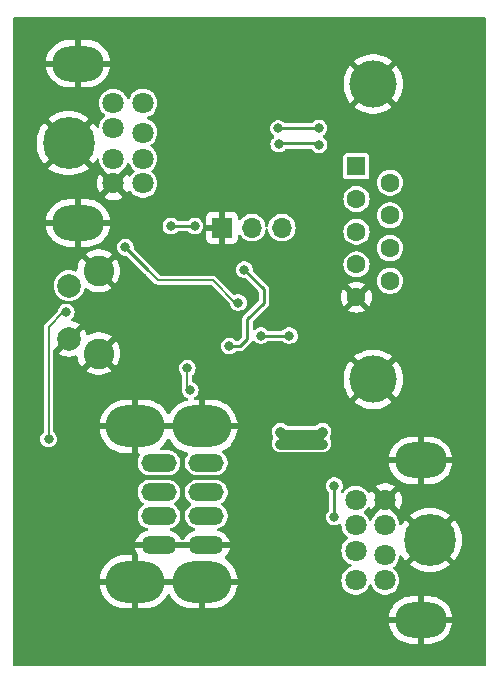
<source format=gbr>
%TF.GenerationSoftware,KiCad,Pcbnew,8.0.1*%
%TF.CreationDate,2024-05-28T16:45:22+01:00*%
%TF.ProjectId,ps2usb,70733275-7362-42e6-9b69-6361645f7063,rev?*%
%TF.SameCoordinates,Original*%
%TF.FileFunction,Copper,L2,Bot*%
%TF.FilePolarity,Positive*%
%FSLAX46Y46*%
G04 Gerber Fmt 4.6, Leading zero omitted, Abs format (unit mm)*
G04 Created by KiCad (PCBNEW 8.0.1) date 2024-05-28 16:45:22*
%MOMM*%
%LPD*%
G01*
G04 APERTURE LIST*
%TA.AperFunction,ComponentPad*%
%ADD10O,1.700000X1.700000*%
%TD*%
%TA.AperFunction,ComponentPad*%
%ADD11R,1.700000X1.700000*%
%TD*%
%TA.AperFunction,ComponentPad*%
%ADD12C,1.800000*%
%TD*%
%TA.AperFunction,ComponentPad*%
%ADD13O,4.400000X3.000000*%
%TD*%
%TA.AperFunction,ComponentPad*%
%ADD14C,4.400000*%
%TD*%
%TA.AperFunction,ComponentPad*%
%ADD15O,3.000000X1.500000*%
%TD*%
%TA.AperFunction,ComponentPad*%
%ADD16O,5.000000X3.500000*%
%TD*%
%TA.AperFunction,ComponentPad*%
%ADD17C,2.000000*%
%TD*%
%TA.AperFunction,ComponentPad*%
%ADD18C,2.600000*%
%TD*%
%TA.AperFunction,ComponentPad*%
%ADD19C,4.000000*%
%TD*%
%TA.AperFunction,ComponentPad*%
%ADD20R,1.600000X1.600000*%
%TD*%
%TA.AperFunction,ComponentPad*%
%ADD21C,1.600000*%
%TD*%
%TA.AperFunction,ViaPad*%
%ADD22C,0.800000*%
%TD*%
%TA.AperFunction,Conductor*%
%ADD23C,0.254000*%
%TD*%
%TA.AperFunction,Conductor*%
%ADD24C,0.152400*%
%TD*%
%TA.AperFunction,Conductor*%
%ADD25C,0.250000*%
%TD*%
%TA.AperFunction,Conductor*%
%ADD26C,0.889000*%
%TD*%
%TA.AperFunction,Conductor*%
%ADD27C,0.203200*%
%TD*%
G04 APERTURE END LIST*
D10*
%TO.P,J5,3,Pin_3*%
%TO.N,Net-(J5-Pin_3)*%
X119761000Y-85344000D03*
%TO.P,J5,2,Pin_2*%
%TO.N,Net-(J5-Pin_2)*%
X117221000Y-85344000D03*
D11*
%TO.P,J5,1,Pin_1*%
%TO.N,GND*%
X114681000Y-85344000D03*
%TD*%
D12*
%TO.P,J3,1,1*%
%TO.N,/DIN2-1*%
X128500000Y-110500000D03*
%TO.P,J3,2,2*%
%TO.N,/DIN2-2*%
X128500000Y-113100000D03*
%TO.P,J3,3,3*%
%TO.N,GND*%
X128500000Y-108400000D03*
%TO.P,J3,4,4*%
%TO.N,unconnected-(J3-Pad4)*%
X126000000Y-110500000D03*
%TO.P,J3,5,5*%
%TO.N,Net-(F1-Pad2)*%
X128500000Y-115200000D03*
%TO.P,J3,6,6*%
%TO.N,/DIN2-6*%
X126000000Y-108400000D03*
%TO.P,J3,7,7*%
%TO.N,unconnected-(J3-Pad7)*%
X126000000Y-112700000D03*
%TO.P,J3,8,8*%
%TO.N,/DIN2-8*%
X126000000Y-115200000D03*
D13*
%TO.P,J3,S,S*%
%TO.N,GND*%
X131500000Y-105050000D03*
D14*
X132300000Y-111800000D03*
D13*
X131500000Y-118550000D03*
%TD*%
D15*
%TO.P,J2,1A,VBUS*%
%TO.N,+5V*%
X113360000Y-105250000D03*
%TO.P,J2,1B,VBUS*%
X109340000Y-105250000D03*
%TO.P,J2,2A,D-*%
%TO.N,Net-(U1A-P5.4{slash}HM{slash}ALE{slash}XB)*%
X113360000Y-107750000D03*
%TO.P,J2,2B,D-*%
%TO.N,Net-(U1A-P5.0{slash}DM)*%
X109340000Y-107750000D03*
%TO.P,J2,3A,D+*%
%TO.N,Net-(U1A-P5.5{slash}HP{slash}!A15{slash}XA)*%
X113360000Y-109750000D03*
%TO.P,J2,3B,D+*%
%TO.N,Net-(U1A-P5.1{slash}DP)*%
X109340000Y-109750000D03*
%TO.P,J2,4A,GND*%
%TO.N,GND*%
X113360000Y-112250000D03*
%TO.P,J2,4B,GND*%
X109340000Y-112250000D03*
D16*
%TO.P,J2,S,SHIELD*%
X113010000Y-102180000D03*
X107330000Y-102180000D03*
X113010000Y-115320000D03*
X107330000Y-115320000D03*
%TD*%
D17*
%TO.P,S1,1,1*%
%TO.N,Net-(U1A-P3.4{slash}LEDC{slash}XCS0{slash}T0)*%
X101750000Y-90250000D03*
%TO.P,S1,2,2*%
%TO.N,GND*%
X101750000Y-94750000D03*
D18*
%TO.P,S1,M,M*%
X104250000Y-89000000D03*
X104250000Y-96000000D03*
%TD*%
D19*
%TO.P,J4,0,PAD*%
%TO.N,GND*%
X127489669Y-98190000D03*
X127489669Y-73190000D03*
D20*
%TO.P,J4,1,1*%
%TO.N,unconnected-(J4-Pad1)*%
X126069669Y-80150000D03*
D21*
%TO.P,J4,2,2*%
%TO.N,Net-(U2-T1OUT)*%
X126069669Y-82920000D03*
%TO.P,J4,3,3*%
%TO.N,Net-(U2-R1IN)*%
X126069669Y-85690000D03*
%TO.P,J4,4,4*%
%TO.N,unconnected-(J4-Pad4)*%
X126069669Y-88460000D03*
%TO.P,J4,5,5*%
%TO.N,GND*%
X126069669Y-91230000D03*
%TO.P,J4,6,6*%
%TO.N,unconnected-(J4-Pad6)*%
X128909669Y-81535000D03*
%TO.P,J4,7,7*%
%TO.N,Net-(U2-R2IN)*%
X128909669Y-84305000D03*
%TO.P,J4,8,8*%
%TO.N,Net-(U2-T2OUT)*%
X128909669Y-87075000D03*
%TO.P,J4,9,9*%
%TO.N,unconnected-(J4-Pad9)*%
X128909669Y-89845000D03*
%TD*%
D12*
%TO.P,J1,1,1*%
%TO.N,/DIN1-1*%
X105500000Y-79500000D03*
%TO.P,J1,2,2*%
%TO.N,/DIN1-2*%
X105500000Y-76900000D03*
%TO.P,J1,3,3*%
%TO.N,GND*%
X105500000Y-81600000D03*
%TO.P,J1,4,4*%
%TO.N,unconnected-(J1-Pad4)*%
X108000000Y-79500000D03*
%TO.P,J1,5,5*%
%TO.N,Net-(F1-Pad2)*%
X105500000Y-74800000D03*
%TO.P,J1,6,6*%
%TO.N,/DIN1-6*%
X108000000Y-81600000D03*
%TO.P,J1,7,7*%
%TO.N,unconnected-(J1-Pad7)*%
X108000000Y-77300000D03*
%TO.P,J1,8,8*%
%TO.N,/DIN1-8*%
X108000000Y-74800000D03*
D13*
%TO.P,J1,S,S*%
%TO.N,GND*%
X102500000Y-84950000D03*
D14*
X101700000Y-78200000D03*
D13*
X102500000Y-71450000D03*
%TD*%
D22*
%TO.N,GND*%
X113919000Y-89027000D03*
%TO.N,/DIN2-1*%
X124206000Y-107188000D03*
X124206000Y-109855000D03*
%TO.N,/DIN1-8*%
X110363000Y-85217000D03*
X112395000Y-85217000D03*
%TO.N,Net-(U1A-P3.4{slash}LEDC{slash}XCS0{slash}T0)*%
X116078000Y-91694000D03*
%TO.N,GND*%
X119200000Y-75100000D03*
X114840138Y-91821000D03*
X136250000Y-68250000D03*
X117000000Y-68250000D03*
X136250000Y-121750000D03*
X123000000Y-80000000D03*
X118000000Y-110500000D03*
X122848345Y-101267487D03*
X118110000Y-115316000D03*
X122000000Y-113500000D03*
X118000000Y-96750000D03*
X107142108Y-97238642D03*
X117983000Y-93218000D03*
X134500000Y-87535313D03*
X111750000Y-81750000D03*
X115189000Y-94185000D03*
X97750000Y-121750000D03*
X117000000Y-121750000D03*
X111500000Y-90750000D03*
X97750000Y-68250000D03*
X113764000Y-71715800D03*
X98000000Y-117000000D03*
X98000000Y-119000000D03*
X117573100Y-102000000D03*
X122800000Y-87000000D03*
%TO.N,+5V*%
X119634000Y-102616000D03*
X123190000Y-102616000D03*
X100000000Y-103250000D03*
X101500000Y-92500000D03*
X119634000Y-103632000D03*
X123190000Y-103632000D03*
%TO.N,+3.3V*%
X120396000Y-94488000D03*
X117983000Y-94488000D03*
%TO.N,Net-(U2-R2IN)*%
X119453600Y-76948200D03*
X122891973Y-76919900D03*
%TO.N,Net-(U2-T2OUT)*%
X122908000Y-78319800D03*
X119504400Y-78269000D03*
%TO.N,Net-(RN3-R1.2)*%
X111750000Y-97250000D03*
X112000000Y-99096000D03*
%TO.N,Net-(U1A-P4.0{slash}LED2{slash}A0{slash}RXD1_)*%
X116586000Y-88900000D03*
X115316000Y-95377000D03*
%TO.N,Net-(U1A-P3.4{slash}LEDC{slash}XCS0{slash}T0)*%
X106500000Y-87000000D03*
%TD*%
D23*
%TO.N,Net-(U1A-P4.0{slash}LED2{slash}A0{slash}RXD1_)*%
X118237000Y-90551000D02*
X116586000Y-88900000D01*
X116840000Y-94742000D02*
X116840000Y-93091000D01*
X118237000Y-91694000D02*
X118237000Y-90551000D01*
X116205000Y-95377000D02*
X116840000Y-94742000D01*
X115316000Y-95377000D02*
X116205000Y-95377000D01*
X116840000Y-93091000D02*
X118237000Y-91694000D01*
D24*
%TO.N,Net-(U1A-P3.4{slash}LEDC{slash}XCS0{slash}T0)*%
X113919000Y-89789000D02*
X115824000Y-91694000D01*
X115824000Y-91694000D02*
X116078000Y-91694000D01*
X109289000Y-89789000D02*
X113919000Y-89789000D01*
X108400000Y-88900000D02*
X109289000Y-89789000D01*
D23*
%TO.N,/DIN2-1*%
X124206000Y-109855000D02*
X124206000Y-107188000D01*
%TO.N,/DIN1-8*%
X112395000Y-85217000D02*
X110363000Y-85217000D01*
D25*
%TO.N,Net-(U1A-P3.4{slash}LEDC{slash}XCS0{slash}T0)*%
X108400000Y-88900000D02*
X106500000Y-87000000D01*
D24*
%TO.N,+5V*%
X100000000Y-103250000D02*
X100000000Y-93750000D01*
X101250000Y-92500000D02*
X101500000Y-92500000D01*
X100000000Y-93750000D02*
X101250000Y-92500000D01*
D26*
X122936000Y-102870000D02*
X123190000Y-102616000D01*
X119634000Y-103632000D02*
X123190000Y-103632000D01*
X119634000Y-102616000D02*
X119888000Y-102870000D01*
X119888000Y-102870000D02*
X122936000Y-102870000D01*
D23*
%TO.N,+3.3V*%
X117983000Y-94488000D02*
X120396000Y-94488000D01*
%TO.N,Net-(U2-R2IN)*%
X122891973Y-76919900D02*
X122863673Y-76948200D01*
X122863673Y-76948200D02*
X119453600Y-76948200D01*
%TO.N,Net-(U2-T2OUT)*%
X122806400Y-78218200D02*
X119555200Y-78218200D01*
X119555200Y-78218200D02*
X119504400Y-78269000D01*
X122908000Y-78319800D02*
X122806400Y-78218200D01*
D27*
%TO.N,Net-(RN3-R1.2)*%
X112000000Y-99096000D02*
X111750000Y-98846000D01*
X111750000Y-98846000D02*
X111750000Y-97250000D01*
%TD*%
%TA.AperFunction,Conductor*%
%TO.N,GND*%
G36*
X111860000Y-115229493D02*
G01*
X111860000Y-115410507D01*
X111885895Y-115574000D01*
X108454105Y-115574000D01*
X108480000Y-115410507D01*
X108480000Y-115229493D01*
X108454105Y-115066000D01*
X111885895Y-115066000D01*
X111860000Y-115229493D01*
G37*
%TD.AperFunction*%
%TA.AperFunction,Conductor*%
G36*
X112194075Y-112057007D02*
G01*
X112160000Y-112184174D01*
X112160000Y-112315826D01*
X112194075Y-112442993D01*
X112229297Y-112504000D01*
X110470703Y-112504000D01*
X110505925Y-112442993D01*
X110540000Y-112315826D01*
X110540000Y-112184174D01*
X110505925Y-112057007D01*
X110470703Y-111996000D01*
X112229297Y-111996000D01*
X112194075Y-112057007D01*
G37*
%TD.AperFunction*%
%TA.AperFunction,Conductor*%
G36*
X128080667Y-108573694D02*
G01*
X128139910Y-108676306D01*
X128223694Y-108760090D01*
X128326306Y-108819333D01*
X128415875Y-108843333D01*
X127689934Y-109569274D01*
X127681488Y-109606418D01*
X127656360Y-109638110D01*
X127605455Y-109684516D01*
X127470844Y-109862771D01*
X127371276Y-110062729D01*
X127371273Y-110062737D01*
X127371189Y-110063034D01*
X127371109Y-110063159D01*
X127369171Y-110068164D01*
X127368191Y-110067784D01*
X127333307Y-110123079D01*
X127268975Y-110153112D01*
X127198619Y-110143597D01*
X127144576Y-110097555D01*
X127131104Y-110068057D01*
X127130829Y-110068164D01*
X127129012Y-110063474D01*
X127128811Y-110063034D01*
X127128726Y-110062737D01*
X127128725Y-110062734D01*
X127128724Y-110062730D01*
X127029157Y-109862773D01*
X126984906Y-109804176D01*
X126894545Y-109684516D01*
X126739435Y-109543115D01*
X126702569Y-109482441D01*
X126704358Y-109411467D01*
X126739435Y-109356885D01*
X126894545Y-109215483D01*
X127032668Y-109032578D01*
X127034284Y-109033798D01*
X127080390Y-108992459D01*
X127150482Y-108981165D01*
X127215554Y-109009560D01*
X127250054Y-109055554D01*
X127257456Y-109072429D01*
X127340796Y-109199990D01*
X128056666Y-108484122D01*
X128080667Y-108573694D01*
G37*
%TD.AperFunction*%
%TA.AperFunction,Conductor*%
G36*
X111860000Y-102089493D02*
G01*
X111860000Y-102270507D01*
X111885895Y-102434000D01*
X108454105Y-102434000D01*
X108480000Y-102270507D01*
X108480000Y-102089493D01*
X108454105Y-101926000D01*
X111885895Y-101926000D01*
X111860000Y-102089493D01*
G37*
%TD.AperFunction*%
%TA.AperFunction,Conductor*%
G36*
X106801376Y-79856400D02*
G01*
X106855421Y-79902439D01*
X106868894Y-79931942D01*
X106869171Y-79931836D01*
X106870989Y-79936529D01*
X106871191Y-79936971D01*
X106871274Y-79937265D01*
X106871276Y-79937270D01*
X106970843Y-80137227D01*
X106970844Y-80137228D01*
X107105454Y-80315483D01*
X107260564Y-80456885D01*
X107297430Y-80517560D01*
X107295641Y-80588534D01*
X107260564Y-80643115D01*
X107105454Y-80784516D01*
X106967332Y-80967422D01*
X106965725Y-80966208D01*
X106919553Y-81007567D01*
X106849454Y-81018826D01*
X106784397Y-80990399D01*
X106749944Y-80944442D01*
X106742544Y-80927571D01*
X106659201Y-80800007D01*
X105943333Y-81515875D01*
X105919333Y-81426306D01*
X105860090Y-81323694D01*
X105776306Y-81239910D01*
X105673694Y-81180667D01*
X105584123Y-81156666D01*
X106310064Y-80430725D01*
X106318509Y-80393584D01*
X106343637Y-80361891D01*
X106394544Y-80315484D01*
X106529157Y-80137227D01*
X106628724Y-79937270D01*
X106628809Y-79936970D01*
X106628888Y-79936845D01*
X106630829Y-79931836D01*
X106631808Y-79932215D01*
X106666689Y-79876924D01*
X106731019Y-79846888D01*
X106801376Y-79856400D01*
G37*
%TD.AperFunction*%
%TA.AperFunction,Conductor*%
G36*
X136942121Y-67520002D02*
G01*
X136988614Y-67573658D01*
X137000000Y-67626000D01*
X137000000Y-122374000D01*
X136979998Y-122442121D01*
X136926342Y-122488614D01*
X136874000Y-122500000D01*
X97126000Y-122500000D01*
X97057879Y-122479998D01*
X97011386Y-122426342D01*
X97000000Y-122374000D01*
X97000000Y-118804000D01*
X128808113Y-118804000D01*
X128826355Y-118942574D01*
X128826356Y-118942577D01*
X128894484Y-119196835D01*
X128995216Y-119440023D01*
X128995221Y-119440034D01*
X129126823Y-119667975D01*
X129287066Y-119876807D01*
X129287075Y-119876818D01*
X129473181Y-120062924D01*
X129473192Y-120062933D01*
X129682024Y-120223176D01*
X129909965Y-120354778D01*
X129909976Y-120354783D01*
X130153164Y-120455515D01*
X130407424Y-120523644D01*
X130668386Y-120557999D01*
X130668396Y-120558000D01*
X131246000Y-120558000D01*
X131246000Y-119623481D01*
X131413428Y-119650000D01*
X131586572Y-119650000D01*
X131754000Y-119623481D01*
X131754000Y-120558000D01*
X132331604Y-120558000D01*
X132331613Y-120557999D01*
X132592575Y-120523644D01*
X132846835Y-120455515D01*
X133090023Y-120354783D01*
X133090034Y-120354778D01*
X133317975Y-120223176D01*
X133526807Y-120062933D01*
X133526818Y-120062924D01*
X133712924Y-119876818D01*
X133712933Y-119876807D01*
X133873176Y-119667975D01*
X134004778Y-119440034D01*
X134004783Y-119440023D01*
X134105515Y-119196835D01*
X134173643Y-118942577D01*
X134173644Y-118942574D01*
X134191887Y-118804000D01*
X132573482Y-118804000D01*
X132600000Y-118636572D01*
X132600000Y-118463428D01*
X132573482Y-118296000D01*
X134191887Y-118296000D01*
X134173644Y-118157425D01*
X134173643Y-118157422D01*
X134105515Y-117903164D01*
X134004783Y-117659976D01*
X134004778Y-117659965D01*
X133873176Y-117432024D01*
X133712933Y-117223192D01*
X133712924Y-117223181D01*
X133526818Y-117037075D01*
X133526807Y-117037066D01*
X133317975Y-116876823D01*
X133090034Y-116745221D01*
X133090023Y-116745216D01*
X132846835Y-116644484D01*
X132592575Y-116576355D01*
X132331613Y-116542000D01*
X131754000Y-116542000D01*
X131754000Y-117476518D01*
X131586572Y-117450000D01*
X131413428Y-117450000D01*
X131246000Y-117476518D01*
X131246000Y-116542000D01*
X130668386Y-116542000D01*
X130407424Y-116576355D01*
X130153164Y-116644484D01*
X129909976Y-116745216D01*
X129909965Y-116745221D01*
X129682024Y-116876823D01*
X129473192Y-117037066D01*
X129473181Y-117037075D01*
X129287075Y-117223181D01*
X129287066Y-117223192D01*
X129126823Y-117432024D01*
X128995221Y-117659965D01*
X128995216Y-117659976D01*
X128894484Y-117903164D01*
X128826356Y-118157422D01*
X128826355Y-118157425D01*
X128808113Y-118296000D01*
X130426518Y-118296000D01*
X130400000Y-118463428D01*
X130400000Y-118636572D01*
X130426518Y-118804000D01*
X128808113Y-118804000D01*
X97000000Y-118804000D01*
X97000000Y-115065999D01*
X104335955Y-115065999D01*
X104335956Y-115066000D01*
X106205895Y-115066000D01*
X106180000Y-115229493D01*
X106180000Y-115410507D01*
X106205895Y-115574000D01*
X104335956Y-115574000D01*
X104360633Y-115761451D01*
X104437244Y-116047367D01*
X104550517Y-116320832D01*
X104550522Y-116320843D01*
X104698515Y-116577174D01*
X104878698Y-116811991D01*
X104878717Y-116812012D01*
X105087987Y-117021282D01*
X105088008Y-117021301D01*
X105322825Y-117201484D01*
X105579156Y-117349477D01*
X105579167Y-117349482D01*
X105852632Y-117462755D01*
X106138548Y-117539366D01*
X106432000Y-117577999D01*
X106432010Y-117578000D01*
X107076000Y-117578000D01*
X107076000Y-116444105D01*
X107239493Y-116470000D01*
X107420507Y-116470000D01*
X107584000Y-116444105D01*
X107584000Y-117578000D01*
X108227990Y-117578000D01*
X108227999Y-117577999D01*
X108521451Y-117539366D01*
X108807367Y-117462755D01*
X109080832Y-117349482D01*
X109080843Y-117349477D01*
X109337174Y-117201484D01*
X109571991Y-117021301D01*
X109572012Y-117021282D01*
X109781282Y-116812012D01*
X109781301Y-116811991D01*
X109961484Y-116577174D01*
X110060881Y-116405014D01*
X110112263Y-116356021D01*
X110181977Y-116342585D01*
X110247888Y-116368971D01*
X110279119Y-116405014D01*
X110378515Y-116577174D01*
X110558698Y-116811991D01*
X110558717Y-116812012D01*
X110767987Y-117021282D01*
X110768008Y-117021301D01*
X111002825Y-117201484D01*
X111259156Y-117349477D01*
X111259167Y-117349482D01*
X111532632Y-117462755D01*
X111818548Y-117539366D01*
X112112000Y-117577999D01*
X112112010Y-117578000D01*
X112756000Y-117578000D01*
X112756000Y-116444105D01*
X112919493Y-116470000D01*
X113100507Y-116470000D01*
X113264000Y-116444105D01*
X113264000Y-117578000D01*
X113907990Y-117578000D01*
X113907999Y-117577999D01*
X114201451Y-117539366D01*
X114487367Y-117462755D01*
X114760832Y-117349482D01*
X114760843Y-117349477D01*
X115017174Y-117201484D01*
X115251991Y-117021301D01*
X115252012Y-117021282D01*
X115461282Y-116812012D01*
X115461301Y-116811991D01*
X115641484Y-116577174D01*
X115789477Y-116320843D01*
X115789482Y-116320832D01*
X115902755Y-116047367D01*
X115979366Y-115761451D01*
X116004044Y-115574000D01*
X114134105Y-115574000D01*
X114160000Y-115410507D01*
X114160000Y-115229493D01*
X114134105Y-115066000D01*
X116004044Y-115066000D01*
X116004044Y-115065999D01*
X115979366Y-114878548D01*
X115902755Y-114592632D01*
X115789482Y-114319167D01*
X115789477Y-114319156D01*
X115641484Y-114062825D01*
X115461301Y-113828008D01*
X115461282Y-113827987D01*
X115252012Y-113618717D01*
X115251991Y-113618698D01*
X115017172Y-113438515D01*
X115017160Y-113438507D01*
X114958658Y-113404730D01*
X114909665Y-113353347D01*
X114896230Y-113283634D01*
X114922617Y-113217723D01*
X114932564Y-113206516D01*
X115069548Y-113069532D01*
X115185935Y-112909339D01*
X115275834Y-112732902D01*
X115337024Y-112544579D01*
X115343452Y-112504000D01*
X113090703Y-112504000D01*
X113125925Y-112442993D01*
X113160000Y-112315826D01*
X113160000Y-112184174D01*
X113125925Y-112057007D01*
X113090703Y-111996000D01*
X115343452Y-111996000D01*
X115337024Y-111955420D01*
X115275834Y-111767097D01*
X115185935Y-111590660D01*
X115069546Y-111430465D01*
X115069544Y-111430462D01*
X114929537Y-111290455D01*
X114929534Y-111290453D01*
X114769339Y-111174064D01*
X114592902Y-111084165D01*
X114404586Y-111022977D01*
X114386104Y-111020050D01*
X114321951Y-110989637D01*
X114284425Y-110929368D01*
X114285439Y-110858379D01*
X114324672Y-110799207D01*
X114381234Y-110772022D01*
X114417820Y-110764745D01*
X114609872Y-110685195D01*
X114782714Y-110569705D01*
X114929705Y-110422714D01*
X115045195Y-110249872D01*
X115124745Y-110057820D01*
X115165088Y-109855003D01*
X123495520Y-109855003D01*
X123516163Y-110025024D01*
X123516165Y-110025031D01*
X123576899Y-110185172D01*
X123576901Y-110185177D01*
X123674198Y-110326135D01*
X123802401Y-110439714D01*
X123954060Y-110519310D01*
X124120361Y-110560300D01*
X124120362Y-110560300D01*
X124291638Y-110560300D01*
X124291639Y-110560300D01*
X124457940Y-110519310D01*
X124609212Y-110439916D01*
X124678824Y-110425971D01*
X124744927Y-110451875D01*
X124786531Y-110509404D01*
X124793228Y-110539859D01*
X124810145Y-110722418D01*
X124871274Y-110937265D01*
X124871275Y-110937267D01*
X124871276Y-110937270D01*
X124970843Y-111137227D01*
X124992968Y-111166525D01*
X125105454Y-111315483D01*
X125270532Y-111465971D01*
X125270533Y-111465972D01*
X125313979Y-111492873D01*
X125361367Y-111545740D01*
X125372650Y-111615834D01*
X125344246Y-111680901D01*
X125313979Y-111707127D01*
X125270533Y-111734027D01*
X125270532Y-111734028D01*
X125105454Y-111884516D01*
X124970844Y-112062771D01*
X124871276Y-112262729D01*
X124871274Y-112262734D01*
X124810146Y-112477576D01*
X124789536Y-112700000D01*
X124810146Y-112922423D01*
X124871274Y-113137265D01*
X124871276Y-113137270D01*
X124970843Y-113337227D01*
X124974094Y-113341532D01*
X125105454Y-113515483D01*
X125270532Y-113665971D01*
X125270533Y-113665972D01*
X125460438Y-113783556D01*
X125460441Y-113783557D01*
X125460450Y-113783563D01*
X125542763Y-113815451D01*
X125586794Y-113832509D01*
X125643089Y-113875768D01*
X125667059Y-113942596D01*
X125651095Y-114011774D01*
X125600264Y-114061340D01*
X125586794Y-114067491D01*
X125460454Y-114116435D01*
X125460438Y-114116443D01*
X125270533Y-114234027D01*
X125270532Y-114234028D01*
X125105454Y-114384516D01*
X124970844Y-114562771D01*
X124871276Y-114762729D01*
X124871274Y-114762734D01*
X124810146Y-114977576D01*
X124789536Y-115200000D01*
X124810146Y-115422423D01*
X124871274Y-115637265D01*
X124871275Y-115637267D01*
X124871276Y-115637270D01*
X124970843Y-115837227D01*
X124970844Y-115837228D01*
X125105454Y-116015483D01*
X125270532Y-116165971D01*
X125270533Y-116165972D01*
X125460438Y-116283556D01*
X125460441Y-116283557D01*
X125460450Y-116283563D01*
X125668741Y-116364255D01*
X125888312Y-116405300D01*
X125888315Y-116405300D01*
X126111685Y-116405300D01*
X126111688Y-116405300D01*
X126331259Y-116364255D01*
X126539550Y-116283563D01*
X126729468Y-116165971D01*
X126894544Y-116015484D01*
X127029157Y-115837227D01*
X127128724Y-115637270D01*
X127128809Y-115636970D01*
X127128888Y-115636845D01*
X127130829Y-115631836D01*
X127131808Y-115632215D01*
X127166689Y-115576924D01*
X127231019Y-115546888D01*
X127301376Y-115556400D01*
X127355421Y-115602439D01*
X127368894Y-115631942D01*
X127369171Y-115631836D01*
X127370989Y-115636529D01*
X127371191Y-115636971D01*
X127371274Y-115637265D01*
X127371276Y-115637270D01*
X127470843Y-115837227D01*
X127470844Y-115837228D01*
X127605454Y-116015483D01*
X127770532Y-116165971D01*
X127770533Y-116165972D01*
X127960438Y-116283556D01*
X127960441Y-116283557D01*
X127960450Y-116283563D01*
X128168741Y-116364255D01*
X128388312Y-116405300D01*
X128388315Y-116405300D01*
X128611685Y-116405300D01*
X128611688Y-116405300D01*
X128831259Y-116364255D01*
X129039550Y-116283563D01*
X129229468Y-116165971D01*
X129394544Y-116015484D01*
X129529157Y-115837227D01*
X129628724Y-115637270D01*
X129689854Y-115422422D01*
X129710464Y-115200000D01*
X129689854Y-114977578D01*
X129628724Y-114762730D01*
X129529157Y-114562773D01*
X129484906Y-114504176D01*
X129394545Y-114384516D01*
X129239435Y-114243115D01*
X129202569Y-114182441D01*
X129204358Y-114111467D01*
X129239435Y-114056885D01*
X129394545Y-113915483D01*
X129433230Y-113864255D01*
X129529157Y-113737227D01*
X129628724Y-113537270D01*
X129689854Y-113322422D01*
X129703205Y-113178333D01*
X129729406Y-113112352D01*
X129787122Y-113071008D01*
X129858029Y-113067431D01*
X129919613Y-113102756D01*
X129936495Y-113124777D01*
X130067282Y-113341125D01*
X130067285Y-113341130D01*
X130213292Y-113527495D01*
X130213293Y-113527496D01*
X131361328Y-112379460D01*
X131460967Y-112516602D01*
X131583398Y-112639033D01*
X131720538Y-112738670D01*
X130572502Y-113886705D01*
X130572503Y-113886706D01*
X130758869Y-114032714D01*
X130758874Y-114032717D01*
X131039227Y-114202196D01*
X131337975Y-114336651D01*
X131650752Y-114434117D01*
X131650761Y-114434119D01*
X131972989Y-114493169D01*
X131972992Y-114493170D01*
X132299999Y-114512950D01*
X132300001Y-114512950D01*
X132627007Y-114493170D01*
X132627010Y-114493169D01*
X132949238Y-114434119D01*
X132949247Y-114434117D01*
X133262024Y-114336651D01*
X133560772Y-114202196D01*
X133841127Y-114032716D01*
X134027495Y-113886705D01*
X134027496Y-113886705D01*
X132879461Y-112738670D01*
X133016602Y-112639033D01*
X133139033Y-112516602D01*
X133238670Y-112379461D01*
X134386705Y-113527496D01*
X134386705Y-113527495D01*
X134532716Y-113341127D01*
X134702196Y-113060772D01*
X134836651Y-112762024D01*
X134934117Y-112449247D01*
X134934119Y-112449238D01*
X134993169Y-112127010D01*
X134993170Y-112127007D01*
X135012950Y-111800001D01*
X135012950Y-111799998D01*
X134993170Y-111472992D01*
X134993169Y-111472989D01*
X134934119Y-111150761D01*
X134934117Y-111150752D01*
X134836651Y-110837975D01*
X134702196Y-110539227D01*
X134532717Y-110258874D01*
X134532714Y-110258869D01*
X134386706Y-110072503D01*
X134386705Y-110072502D01*
X133238669Y-111220537D01*
X133139033Y-111083398D01*
X133016602Y-110960967D01*
X132879461Y-110861329D01*
X134027496Y-109713293D01*
X134027495Y-109713292D01*
X133841130Y-109567285D01*
X133841125Y-109567282D01*
X133560772Y-109397803D01*
X133262024Y-109263348D01*
X132949247Y-109165882D01*
X132949238Y-109165880D01*
X132627010Y-109106830D01*
X132627007Y-109106829D01*
X132300001Y-109087050D01*
X132299999Y-109087050D01*
X131972992Y-109106829D01*
X131972989Y-109106830D01*
X131650761Y-109165880D01*
X131650752Y-109165882D01*
X131337975Y-109263348D01*
X131039227Y-109397803D01*
X130758877Y-109567280D01*
X130572502Y-109713293D01*
X131720538Y-110861329D01*
X131583398Y-110960967D01*
X131460967Y-111083398D01*
X131361329Y-111220538D01*
X130213293Y-110072502D01*
X130067280Y-110258877D01*
X129936495Y-110475222D01*
X129884136Y-110523170D01*
X129814166Y-110535200D01*
X129748800Y-110507491D01*
X129708791Y-110448841D01*
X129703205Y-110421671D01*
X129689854Y-110277578D01*
X129628724Y-110062730D01*
X129529157Y-109862773D01*
X129416275Y-109713292D01*
X129394545Y-109684517D01*
X129343640Y-109638111D01*
X129306774Y-109577436D01*
X129305508Y-109564717D01*
X128584124Y-108843333D01*
X128673694Y-108819333D01*
X128776306Y-108760090D01*
X128860090Y-108676306D01*
X128919333Y-108573694D01*
X128943333Y-108484124D01*
X129659200Y-109199991D01*
X129659202Y-109199991D01*
X129742544Y-109072427D01*
X129836273Y-108858747D01*
X129836275Y-108858743D01*
X129893555Y-108632549D01*
X129912825Y-108400000D01*
X129893555Y-108167450D01*
X129836275Y-107941256D01*
X129836273Y-107941252D01*
X129742544Y-107727572D01*
X129659201Y-107600007D01*
X128943333Y-108315875D01*
X128919333Y-108226306D01*
X128860090Y-108123694D01*
X128776306Y-108039910D01*
X128673694Y-107980667D01*
X128584123Y-107956666D01*
X129301318Y-107239470D01*
X129272740Y-107217227D01*
X129067525Y-107106172D01*
X129067522Y-107106170D01*
X128846832Y-107030407D01*
X128846823Y-107030405D01*
X128616666Y-106992000D01*
X128383334Y-106992000D01*
X128153176Y-107030405D01*
X128153167Y-107030407D01*
X127932477Y-107106170D01*
X127932474Y-107106172D01*
X127727258Y-107217227D01*
X127698680Y-107239469D01*
X127698680Y-107239471D01*
X128415875Y-107956666D01*
X128326306Y-107980667D01*
X128223694Y-108039910D01*
X128139910Y-108123694D01*
X128080667Y-108226306D01*
X128056666Y-108315875D01*
X127340798Y-107600007D01*
X127340797Y-107600007D01*
X127257459Y-107727566D01*
X127257453Y-107727576D01*
X127250053Y-107744447D01*
X127204370Y-107798794D01*
X127136557Y-107819816D01*
X127068144Y-107800838D01*
X127033875Y-107766509D01*
X127032668Y-107767422D01*
X126894545Y-107584516D01*
X126729467Y-107434028D01*
X126729466Y-107434027D01*
X126539561Y-107316443D01*
X126539554Y-107316439D01*
X126539550Y-107316437D01*
X126411952Y-107267005D01*
X126331260Y-107235745D01*
X126276366Y-107225483D01*
X126111688Y-107194700D01*
X125888312Y-107194700D01*
X125756569Y-107219327D01*
X125668739Y-107235745D01*
X125507355Y-107298265D01*
X125460450Y-107316437D01*
X125460449Y-107316437D01*
X125460448Y-107316438D01*
X125460438Y-107316443D01*
X125270533Y-107434027D01*
X125270532Y-107434028D01*
X125105454Y-107584516D01*
X124988139Y-107739868D01*
X124931125Y-107782176D01*
X124860289Y-107786943D01*
X124798120Y-107752657D01*
X124764357Y-107690202D01*
X124769719Y-107619408D01*
X124783894Y-107592359D01*
X124789308Y-107584516D01*
X124835099Y-107518177D01*
X124895835Y-107358029D01*
X124900885Y-107316443D01*
X124916480Y-107188003D01*
X124916480Y-107187996D01*
X124895836Y-107017975D01*
X124895834Y-107017968D01*
X124883056Y-106984276D01*
X124835099Y-106857823D01*
X124737802Y-106716865D01*
X124609599Y-106603286D01*
X124609598Y-106603285D01*
X124457939Y-106523689D01*
X124291640Y-106482700D01*
X124291639Y-106482700D01*
X124120361Y-106482700D01*
X124120359Y-106482700D01*
X123954060Y-106523689D01*
X123802402Y-106603285D01*
X123802401Y-106603285D01*
X123674198Y-106716864D01*
X123576903Y-106857819D01*
X123576899Y-106857827D01*
X123516165Y-107017968D01*
X123516163Y-107017975D01*
X123495520Y-107187996D01*
X123495520Y-107188003D01*
X123516163Y-107358024D01*
X123516165Y-107358031D01*
X123548079Y-107442180D01*
X123576901Y-107518177D01*
X123674198Y-107659135D01*
X123731254Y-107709682D01*
X123768979Y-107769824D01*
X123773700Y-107803993D01*
X123773700Y-109239005D01*
X123753698Y-109307126D01*
X123731254Y-109333317D01*
X123674198Y-109383864D01*
X123576903Y-109524819D01*
X123576899Y-109524827D01*
X123516165Y-109684968D01*
X123516163Y-109684975D01*
X123495520Y-109854996D01*
X123495520Y-109855003D01*
X115165088Y-109855003D01*
X115165300Y-109853938D01*
X115165300Y-109646062D01*
X115124745Y-109442180D01*
X115045195Y-109250128D01*
X114929705Y-109077286D01*
X114929700Y-109077280D01*
X114782719Y-108930299D01*
X114782713Y-108930294D01*
X114675629Y-108858743D01*
X114669673Y-108854763D01*
X114624147Y-108800288D01*
X114615299Y-108729845D01*
X114645940Y-108665801D01*
X114669671Y-108645237D01*
X114782714Y-108569705D01*
X114929705Y-108422714D01*
X115045195Y-108249872D01*
X115124745Y-108057820D01*
X115165300Y-107853938D01*
X115165300Y-107646062D01*
X115124745Y-107442180D01*
X115045195Y-107250128D01*
X114929705Y-107077286D01*
X114929700Y-107077280D01*
X114782719Y-106930299D01*
X114782713Y-106930294D01*
X114725361Y-106891972D01*
X114609872Y-106814805D01*
X114488763Y-106764640D01*
X114417823Y-106735256D01*
X114417820Y-106735255D01*
X114213940Y-106694700D01*
X114213938Y-106694700D01*
X112506062Y-106694700D01*
X112506059Y-106694700D01*
X112302179Y-106735255D01*
X112302176Y-106735256D01*
X112110128Y-106814805D01*
X111937286Y-106930294D01*
X111937280Y-106930299D01*
X111790299Y-107077280D01*
X111790294Y-107077286D01*
X111674805Y-107250128D01*
X111595256Y-107442176D01*
X111595255Y-107442179D01*
X111554700Y-107646059D01*
X111554700Y-107646062D01*
X111554700Y-107853938D01*
X111595255Y-108057820D01*
X111674805Y-108249872D01*
X111735532Y-108340756D01*
X111790294Y-108422713D01*
X111790299Y-108422719D01*
X111937280Y-108569700D01*
X111937286Y-108569705D01*
X112050324Y-108645235D01*
X112095852Y-108699712D01*
X112104700Y-108770155D01*
X112074058Y-108834199D01*
X112050324Y-108854765D01*
X111937286Y-108930294D01*
X111937280Y-108930299D01*
X111790299Y-109077280D01*
X111790294Y-109077286D01*
X111674805Y-109250128D01*
X111595256Y-109442176D01*
X111595255Y-109442179D01*
X111554700Y-109646059D01*
X111554700Y-109853940D01*
X111595255Y-110057820D01*
X111595256Y-110057823D01*
X111601336Y-110072502D01*
X111674805Y-110249872D01*
X111693318Y-110277578D01*
X111790294Y-110422713D01*
X111790299Y-110422719D01*
X111937280Y-110569700D01*
X111937286Y-110569705D01*
X112110128Y-110685195D01*
X112302180Y-110764745D01*
X112338765Y-110772022D01*
X112401674Y-110804930D01*
X112436806Y-110866625D01*
X112433006Y-110937520D01*
X112391480Y-110995106D01*
X112333896Y-111020049D01*
X112315419Y-111022975D01*
X112315418Y-111022976D01*
X112127097Y-111084165D01*
X111950660Y-111174064D01*
X111790465Y-111290453D01*
X111790462Y-111290455D01*
X111650455Y-111430462D01*
X111650453Y-111430465D01*
X111534064Y-111590660D01*
X111462267Y-111731571D01*
X111413519Y-111783186D01*
X111344604Y-111800252D01*
X111277402Y-111777351D01*
X111237733Y-111731571D01*
X111165935Y-111590660D01*
X111049546Y-111430465D01*
X111049544Y-111430462D01*
X110909537Y-111290455D01*
X110909534Y-111290453D01*
X110749339Y-111174064D01*
X110572902Y-111084165D01*
X110384586Y-111022977D01*
X110366104Y-111020050D01*
X110301951Y-110989637D01*
X110264425Y-110929368D01*
X110265439Y-110858379D01*
X110304672Y-110799207D01*
X110361234Y-110772022D01*
X110397820Y-110764745D01*
X110589872Y-110685195D01*
X110762714Y-110569705D01*
X110909705Y-110422714D01*
X111025195Y-110249872D01*
X111104745Y-110057820D01*
X111145300Y-109853938D01*
X111145300Y-109646062D01*
X111104745Y-109442180D01*
X111025195Y-109250128D01*
X110909705Y-109077286D01*
X110909700Y-109077280D01*
X110762719Y-108930299D01*
X110762713Y-108930294D01*
X110655629Y-108858743D01*
X110649673Y-108854763D01*
X110604147Y-108800288D01*
X110595299Y-108729845D01*
X110625940Y-108665801D01*
X110649671Y-108645237D01*
X110762714Y-108569705D01*
X110909705Y-108422714D01*
X111025195Y-108249872D01*
X111104745Y-108057820D01*
X111145300Y-107853938D01*
X111145300Y-107646062D01*
X111104745Y-107442180D01*
X111025195Y-107250128D01*
X110909705Y-107077286D01*
X110909700Y-107077280D01*
X110762719Y-106930299D01*
X110762713Y-106930294D01*
X110705361Y-106891972D01*
X110589872Y-106814805D01*
X110468763Y-106764640D01*
X110397823Y-106735256D01*
X110397820Y-106735255D01*
X110193940Y-106694700D01*
X110193938Y-106694700D01*
X108486062Y-106694700D01*
X108486059Y-106694700D01*
X108282179Y-106735255D01*
X108282176Y-106735256D01*
X108090128Y-106814805D01*
X107917286Y-106930294D01*
X107917280Y-106930299D01*
X107770299Y-107077280D01*
X107770294Y-107077286D01*
X107654805Y-107250128D01*
X107575256Y-107442176D01*
X107575255Y-107442179D01*
X107534700Y-107646059D01*
X107534700Y-107646062D01*
X107534700Y-107853938D01*
X107575255Y-108057820D01*
X107654805Y-108249872D01*
X107715532Y-108340756D01*
X107770294Y-108422713D01*
X107770299Y-108422719D01*
X107917280Y-108569700D01*
X107917286Y-108569705D01*
X108030324Y-108645235D01*
X108075852Y-108699712D01*
X108084700Y-108770155D01*
X108054058Y-108834199D01*
X108030324Y-108854765D01*
X107917286Y-108930294D01*
X107917280Y-108930299D01*
X107770299Y-109077280D01*
X107770294Y-109077286D01*
X107654805Y-109250128D01*
X107575256Y-109442176D01*
X107575255Y-109442179D01*
X107534700Y-109646059D01*
X107534700Y-109853940D01*
X107575255Y-110057820D01*
X107575256Y-110057823D01*
X107581336Y-110072502D01*
X107654805Y-110249872D01*
X107673318Y-110277578D01*
X107770294Y-110422713D01*
X107770299Y-110422719D01*
X107917280Y-110569700D01*
X107917286Y-110569705D01*
X108090128Y-110685195D01*
X108282180Y-110764745D01*
X108318765Y-110772022D01*
X108381674Y-110804930D01*
X108416806Y-110866625D01*
X108413006Y-110937520D01*
X108371480Y-110995106D01*
X108313896Y-111020049D01*
X108295419Y-111022975D01*
X108295418Y-111022976D01*
X108107097Y-111084165D01*
X107930660Y-111174064D01*
X107770465Y-111290453D01*
X107770462Y-111290455D01*
X107630455Y-111430462D01*
X107630453Y-111430465D01*
X107514064Y-111590660D01*
X107424165Y-111767097D01*
X107362975Y-111955420D01*
X107356547Y-111996000D01*
X109609297Y-111996000D01*
X109574075Y-112057007D01*
X109540000Y-112184174D01*
X109540000Y-112315826D01*
X109574075Y-112442993D01*
X109609297Y-112504000D01*
X107356548Y-112504000D01*
X107362975Y-112544579D01*
X107424165Y-112732902D01*
X107514064Y-112909339D01*
X107559936Y-112972476D01*
X107583794Y-113039343D01*
X107584000Y-113046537D01*
X107584000Y-114195894D01*
X107420507Y-114170000D01*
X107239493Y-114170000D01*
X107076000Y-114195894D01*
X107076000Y-113062000D01*
X106432000Y-113062000D01*
X106138548Y-113100633D01*
X105852632Y-113177244D01*
X105579167Y-113290517D01*
X105579156Y-113290522D01*
X105322825Y-113438515D01*
X105088008Y-113618698D01*
X105087987Y-113618717D01*
X104878717Y-113827987D01*
X104878698Y-113828008D01*
X104698515Y-114062825D01*
X104550522Y-114319156D01*
X104550517Y-114319167D01*
X104437244Y-114592632D01*
X104360633Y-114878548D01*
X104335955Y-115065999D01*
X97000000Y-115065999D01*
X97000000Y-103250003D01*
X99289520Y-103250003D01*
X99310163Y-103420024D01*
X99310165Y-103420031D01*
X99362548Y-103558152D01*
X99370901Y-103580177D01*
X99468198Y-103721135D01*
X99596401Y-103834714D01*
X99748060Y-103914310D01*
X99914361Y-103955300D01*
X99914362Y-103955300D01*
X100085638Y-103955300D01*
X100085639Y-103955300D01*
X100251940Y-103914310D01*
X100403599Y-103834714D01*
X100531802Y-103721135D01*
X100629099Y-103580177D01*
X100689835Y-103420029D01*
X100690654Y-103413291D01*
X100710480Y-103250003D01*
X100710480Y-103249996D01*
X100689836Y-103079975D01*
X100689834Y-103079968D01*
X100648570Y-102971164D01*
X100629099Y-102919823D01*
X100531802Y-102778865D01*
X100423946Y-102683312D01*
X100386221Y-102623168D01*
X100381500Y-102589000D01*
X100381500Y-101925999D01*
X104335955Y-101925999D01*
X104335956Y-101926000D01*
X106205895Y-101926000D01*
X106180000Y-102089493D01*
X106180000Y-102270507D01*
X106205895Y-102434000D01*
X104335956Y-102434000D01*
X104360633Y-102621451D01*
X104437244Y-102907367D01*
X104550517Y-103180832D01*
X104550522Y-103180843D01*
X104698515Y-103437174D01*
X104878698Y-103671991D01*
X104878717Y-103672012D01*
X105087987Y-103881282D01*
X105088008Y-103881301D01*
X105322825Y-104061484D01*
X105579156Y-104209477D01*
X105579167Y-104209482D01*
X105852632Y-104322755D01*
X106138548Y-104399366D01*
X106432000Y-104437999D01*
X106432010Y-104438000D01*
X107076000Y-104438000D01*
X107076000Y-103304105D01*
X107239493Y-103330000D01*
X107420507Y-103330000D01*
X107584000Y-103304105D01*
X107584000Y-104438000D01*
X107627633Y-104438000D01*
X107695754Y-104458002D01*
X107742247Y-104511658D01*
X107752351Y-104581932D01*
X107732398Y-104634002D01*
X107654805Y-104750127D01*
X107575256Y-104942176D01*
X107575255Y-104942179D01*
X107534700Y-105146059D01*
X107534700Y-105353940D01*
X107575255Y-105557820D01*
X107654805Y-105749872D01*
X107665984Y-105766602D01*
X107770294Y-105922713D01*
X107770299Y-105922719D01*
X107917280Y-106069700D01*
X107917286Y-106069705D01*
X108090128Y-106185195D01*
X108282180Y-106264745D01*
X108486062Y-106305300D01*
X108486063Y-106305300D01*
X110193937Y-106305300D01*
X110193938Y-106305300D01*
X110397820Y-106264745D01*
X110589872Y-106185195D01*
X110762714Y-106069705D01*
X110909705Y-105922714D01*
X111025195Y-105749872D01*
X111104745Y-105557820D01*
X111145300Y-105353938D01*
X111145300Y-105146062D01*
X111104745Y-104942180D01*
X111025195Y-104750128D01*
X110909705Y-104577286D01*
X110909700Y-104577280D01*
X110762719Y-104430299D01*
X110762713Y-104430294D01*
X110705361Y-104391972D01*
X110589872Y-104314805D01*
X110468763Y-104264640D01*
X110397823Y-104235256D01*
X110397820Y-104235255D01*
X110193940Y-104194700D01*
X110193938Y-104194700D01*
X109534746Y-104194700D01*
X109466625Y-104174698D01*
X109420132Y-104121042D01*
X109410028Y-104050768D01*
X109439522Y-103986188D01*
X109458042Y-103968738D01*
X109571991Y-103881301D01*
X109572012Y-103881282D01*
X109781282Y-103672012D01*
X109781301Y-103671991D01*
X109961484Y-103437174D01*
X110060881Y-103265014D01*
X110112263Y-103216021D01*
X110181977Y-103202585D01*
X110247888Y-103228971D01*
X110279119Y-103265014D01*
X110378515Y-103437174D01*
X110558698Y-103671991D01*
X110558717Y-103672012D01*
X110767987Y-103881282D01*
X110768008Y-103881301D01*
X111002825Y-104061484D01*
X111259156Y-104209477D01*
X111259167Y-104209482D01*
X111532632Y-104322755D01*
X111726320Y-104374654D01*
X111786943Y-104411606D01*
X111817964Y-104475466D01*
X111809536Y-104545961D01*
X111793662Y-104572090D01*
X111793734Y-104572139D01*
X111792621Y-104573804D01*
X111791110Y-104576292D01*
X111790297Y-104577282D01*
X111674805Y-104750128D01*
X111595256Y-104942176D01*
X111595255Y-104942179D01*
X111554700Y-105146059D01*
X111554700Y-105353940D01*
X111595255Y-105557820D01*
X111674805Y-105749872D01*
X111685984Y-105766602D01*
X111790294Y-105922713D01*
X111790299Y-105922719D01*
X111937280Y-106069700D01*
X111937286Y-106069705D01*
X112110128Y-106185195D01*
X112302180Y-106264745D01*
X112506062Y-106305300D01*
X112506063Y-106305300D01*
X114213937Y-106305300D01*
X114213938Y-106305300D01*
X114417820Y-106264745D01*
X114609872Y-106185195D01*
X114782714Y-106069705D01*
X114929705Y-105922714D01*
X115045195Y-105749872D01*
X115124745Y-105557820D01*
X115165300Y-105353938D01*
X115165300Y-105304000D01*
X128808113Y-105304000D01*
X128826355Y-105442574D01*
X128826356Y-105442577D01*
X128894484Y-105696835D01*
X128995216Y-105940023D01*
X128995221Y-105940034D01*
X129126823Y-106167975D01*
X129287066Y-106376807D01*
X129287075Y-106376818D01*
X129473181Y-106562924D01*
X129473192Y-106562933D01*
X129682024Y-106723176D01*
X129909965Y-106854778D01*
X129909976Y-106854783D01*
X130153164Y-106955515D01*
X130407424Y-107023644D01*
X130668386Y-107057999D01*
X130668396Y-107058000D01*
X131246000Y-107058000D01*
X131246000Y-106123481D01*
X131413428Y-106150000D01*
X131586572Y-106150000D01*
X131754000Y-106123481D01*
X131754000Y-107058000D01*
X132331604Y-107058000D01*
X132331613Y-107057999D01*
X132592575Y-107023644D01*
X132846835Y-106955515D01*
X133090023Y-106854783D01*
X133090034Y-106854778D01*
X133317975Y-106723176D01*
X133526807Y-106562933D01*
X133526818Y-106562924D01*
X133712924Y-106376818D01*
X133712933Y-106376807D01*
X133873176Y-106167975D01*
X134004778Y-105940034D01*
X134004783Y-105940023D01*
X134105515Y-105696835D01*
X134173643Y-105442577D01*
X134173644Y-105442574D01*
X134191887Y-105304000D01*
X132573482Y-105304000D01*
X132600000Y-105136572D01*
X132600000Y-104963428D01*
X132573482Y-104796000D01*
X134191887Y-104796000D01*
X134173644Y-104657425D01*
X134173643Y-104657422D01*
X134105515Y-104403164D01*
X134004783Y-104159976D01*
X134004778Y-104159965D01*
X133873176Y-103932024D01*
X133712933Y-103723192D01*
X133712924Y-103723181D01*
X133526818Y-103537075D01*
X133526807Y-103537066D01*
X133317975Y-103376823D01*
X133090034Y-103245221D01*
X133090023Y-103245216D01*
X132846835Y-103144484D01*
X132592575Y-103076355D01*
X132331613Y-103042000D01*
X131754000Y-103042000D01*
X131754000Y-103976518D01*
X131586572Y-103950000D01*
X131413428Y-103950000D01*
X131246000Y-103976518D01*
X131246000Y-103042000D01*
X130668386Y-103042000D01*
X130407424Y-103076355D01*
X130153164Y-103144484D01*
X129909976Y-103245216D01*
X129909965Y-103245221D01*
X129682024Y-103376823D01*
X129473192Y-103537066D01*
X129473181Y-103537075D01*
X129287075Y-103723181D01*
X129287066Y-103723192D01*
X129126823Y-103932024D01*
X128995221Y-104159965D01*
X128995216Y-104159976D01*
X128894484Y-104403164D01*
X128826356Y-104657422D01*
X128826355Y-104657425D01*
X128808113Y-104796000D01*
X130426518Y-104796000D01*
X130400000Y-104963428D01*
X130400000Y-105136572D01*
X130426518Y-105304000D01*
X128808113Y-105304000D01*
X115165300Y-105304000D01*
X115165300Y-105146062D01*
X115124745Y-104942180D01*
X115045195Y-104750128D01*
X114929705Y-104577286D01*
X114929700Y-104577280D01*
X114782717Y-104430297D01*
X114782501Y-104430152D01*
X114763761Y-104417631D01*
X114718235Y-104363154D01*
X114709388Y-104292711D01*
X114740029Y-104228667D01*
X114770765Y-104203748D01*
X115017174Y-104061484D01*
X115251991Y-103881301D01*
X115252012Y-103881282D01*
X115427443Y-103705851D01*
X118884200Y-103705851D01*
X118898509Y-103777788D01*
X118913014Y-103850709D01*
X118969536Y-103987164D01*
X119051592Y-104109970D01*
X119156030Y-104214408D01*
X119278836Y-104296464D01*
X119415291Y-104352986D01*
X119560151Y-104381800D01*
X119560152Y-104381800D01*
X123263848Y-104381800D01*
X123263849Y-104381800D01*
X123408709Y-104352986D01*
X123545164Y-104296464D01*
X123667970Y-104214408D01*
X123772408Y-104109970D01*
X123854464Y-103987164D01*
X123910986Y-103850709D01*
X123939800Y-103705849D01*
X123939800Y-103558151D01*
X123910986Y-103413291D01*
X123854464Y-103276836D01*
X123799115Y-103194001D01*
X123777901Y-103126249D01*
X123796684Y-103057782D01*
X123799082Y-103054048D01*
X123854465Y-102971164D01*
X123910986Y-102834708D01*
X123939800Y-102689849D01*
X123939800Y-102542151D01*
X123910986Y-102397292D01*
X123854465Y-102260837D01*
X123772408Y-102138031D01*
X123772407Y-102138030D01*
X123772403Y-102138025D01*
X123667974Y-102033596D01*
X123667968Y-102033591D01*
X123627219Y-102006363D01*
X123545163Y-101951535D01*
X123408708Y-101895014D01*
X123263851Y-101866200D01*
X123263849Y-101866200D01*
X123116151Y-101866200D01*
X123116148Y-101866200D01*
X122971291Y-101895014D01*
X122971285Y-101895016D01*
X122834835Y-101951535D01*
X122712030Y-102033591D01*
X122687179Y-102058443D01*
X122662325Y-102083296D01*
X122600016Y-102117320D01*
X122573232Y-102120200D01*
X120250768Y-102120200D01*
X120182647Y-102100198D01*
X120161673Y-102083295D01*
X120111972Y-102033594D01*
X120111970Y-102033592D01*
X119989163Y-101951535D01*
X119852713Y-101895016D01*
X119852708Y-101895014D01*
X119707851Y-101866200D01*
X119707849Y-101866200D01*
X119560151Y-101866200D01*
X119560148Y-101866200D01*
X119415291Y-101895014D01*
X119415286Y-101895016D01*
X119278836Y-101951535D01*
X119156034Y-102033589D01*
X119156027Y-102033594D01*
X119051594Y-102138027D01*
X119051589Y-102138034D01*
X118969535Y-102260836D01*
X118913016Y-102397286D01*
X118913014Y-102397291D01*
X118884200Y-102542148D01*
X118884200Y-102689851D01*
X118913014Y-102834708D01*
X118913016Y-102834713D01*
X118969534Y-102971161D01*
X119024884Y-103053999D01*
X119046098Y-103121752D01*
X119027315Y-103190219D01*
X119024884Y-103194001D01*
X118969536Y-103276835D01*
X118913015Y-103413287D01*
X118913014Y-103413290D01*
X118913014Y-103413291D01*
X118905664Y-103450241D01*
X118884200Y-103558148D01*
X118884200Y-103705851D01*
X115427443Y-103705851D01*
X115461282Y-103672012D01*
X115461301Y-103671991D01*
X115641484Y-103437174D01*
X115789477Y-103180843D01*
X115789482Y-103180832D01*
X115902755Y-102907367D01*
X115979366Y-102621451D01*
X116004044Y-102434000D01*
X114134105Y-102434000D01*
X114160000Y-102270507D01*
X114160000Y-102089493D01*
X114134105Y-101926000D01*
X116004044Y-101926000D01*
X116004044Y-101925999D01*
X115979366Y-101738548D01*
X115902755Y-101452632D01*
X115789482Y-101179167D01*
X115789477Y-101179156D01*
X115641484Y-100922825D01*
X115461301Y-100688008D01*
X115461282Y-100687987D01*
X115252012Y-100478717D01*
X115251991Y-100478698D01*
X115017174Y-100298515D01*
X114760843Y-100150522D01*
X114760832Y-100150517D01*
X114487367Y-100037244D01*
X114201451Y-99960633D01*
X113907999Y-99922000D01*
X113264000Y-99922000D01*
X113264000Y-101055894D01*
X113100507Y-101030000D01*
X112919493Y-101030000D01*
X112756000Y-101055894D01*
X112756000Y-99922000D01*
X112455070Y-99922000D01*
X112386949Y-99901998D01*
X112340456Y-99848342D01*
X112330352Y-99778068D01*
X112359846Y-99713488D01*
X112396516Y-99684432D01*
X112399959Y-99682624D01*
X112403599Y-99680714D01*
X112531802Y-99567135D01*
X112629099Y-99426177D01*
X112689835Y-99266029D01*
X112708163Y-99115088D01*
X112710480Y-99096003D01*
X112710480Y-99095996D01*
X112689836Y-98925975D01*
X112689834Y-98925968D01*
X112656900Y-98839128D01*
X112629099Y-98765823D01*
X112531802Y-98624865D01*
X112403599Y-98511286D01*
X112403598Y-98511285D01*
X112403594Y-98511283D01*
X112349293Y-98482784D01*
X112251940Y-98431690D01*
X112251937Y-98431689D01*
X112251933Y-98431687D01*
X112244807Y-98428984D01*
X112245340Y-98427578D01*
X112191383Y-98396155D01*
X112159088Y-98332929D01*
X112156900Y-98309549D01*
X112156900Y-98190006D01*
X124976710Y-98190006D01*
X124996523Y-98504944D01*
X124996525Y-98504961D01*
X125055658Y-98814942D01*
X125055661Y-98814955D01*
X125153178Y-99115079D01*
X125153182Y-99115088D01*
X125287544Y-99400622D01*
X125287551Y-99400636D01*
X125456638Y-99667075D01*
X125456640Y-99667078D01*
X125545711Y-99774746D01*
X126193036Y-99127421D01*
X126269257Y-99232330D01*
X126447339Y-99410412D01*
X126552245Y-99486631D01*
X125902191Y-100136686D01*
X125902191Y-100136688D01*
X126143151Y-100311756D01*
X126419703Y-100463792D01*
X126713129Y-100579968D01*
X126713135Y-100579970D01*
X127018772Y-100658444D01*
X127018799Y-100658449D01*
X127331864Y-100697998D01*
X127331883Y-100698000D01*
X127647455Y-100698000D01*
X127647473Y-100697998D01*
X127960538Y-100658449D01*
X127960565Y-100658444D01*
X128266202Y-100579970D01*
X128266208Y-100579968D01*
X128559634Y-100463792D01*
X128836181Y-100311759D01*
X129077145Y-100136688D01*
X129077145Y-100136686D01*
X128427091Y-99486631D01*
X128531999Y-99410412D01*
X128710081Y-99232330D01*
X128786301Y-99127422D01*
X129433625Y-99774746D01*
X129522699Y-99667075D01*
X129522702Y-99667071D01*
X129691786Y-99400636D01*
X129691793Y-99400622D01*
X129826155Y-99115088D01*
X129826159Y-99115079D01*
X129923676Y-98814955D01*
X129923679Y-98814942D01*
X129982812Y-98504961D01*
X129982814Y-98504944D01*
X130002628Y-98190006D01*
X130002628Y-98189993D01*
X129982814Y-97875055D01*
X129982812Y-97875038D01*
X129923679Y-97565057D01*
X129923676Y-97565044D01*
X129826159Y-97264920D01*
X129826155Y-97264911D01*
X129691793Y-96979377D01*
X129691786Y-96979363D01*
X129522699Y-96712924D01*
X129522697Y-96712921D01*
X129433625Y-96605252D01*
X128786300Y-97252576D01*
X128710081Y-97147670D01*
X128531999Y-96969588D01*
X128427090Y-96893367D01*
X129077145Y-96243312D01*
X129077145Y-96243310D01*
X128836182Y-96068240D01*
X128559634Y-95916207D01*
X128266208Y-95800031D01*
X128266202Y-95800029D01*
X127960565Y-95721555D01*
X127960538Y-95721550D01*
X127647473Y-95682001D01*
X127647455Y-95682000D01*
X127331883Y-95682000D01*
X127331864Y-95682001D01*
X127018799Y-95721550D01*
X127018772Y-95721555D01*
X126713135Y-95800029D01*
X126713129Y-95800031D01*
X126419703Y-95916207D01*
X126143155Y-96068240D01*
X125902191Y-96243310D01*
X125902191Y-96243312D01*
X126552246Y-96893367D01*
X126447339Y-96969588D01*
X126269257Y-97147670D01*
X126193036Y-97252577D01*
X125545711Y-96605252D01*
X125456641Y-96712921D01*
X125456638Y-96712924D01*
X125287551Y-96979363D01*
X125287544Y-96979377D01*
X125153182Y-97264911D01*
X125153178Y-97264920D01*
X125055661Y-97565044D01*
X125055658Y-97565057D01*
X124996525Y-97875038D01*
X124996523Y-97875055D01*
X124976710Y-98189993D01*
X124976710Y-98190006D01*
X112156900Y-98190006D01*
X112156900Y-97888496D01*
X112176902Y-97820375D01*
X112199347Y-97794184D01*
X112281802Y-97721135D01*
X112379099Y-97580177D01*
X112439835Y-97420029D01*
X112458669Y-97264920D01*
X112460480Y-97250003D01*
X112460480Y-97249996D01*
X112439836Y-97079975D01*
X112439834Y-97079968D01*
X112397972Y-96969588D01*
X112379099Y-96919823D01*
X112281802Y-96778865D01*
X112200934Y-96707221D01*
X112153598Y-96665285D01*
X112001939Y-96585689D01*
X111835640Y-96544700D01*
X111835639Y-96544700D01*
X111664361Y-96544700D01*
X111664359Y-96544700D01*
X111498060Y-96585689D01*
X111346402Y-96665285D01*
X111346401Y-96665285D01*
X111218198Y-96778864D01*
X111120903Y-96919819D01*
X111120899Y-96919827D01*
X111060165Y-97079968D01*
X111060163Y-97079975D01*
X111039520Y-97249996D01*
X111039520Y-97250003D01*
X111060163Y-97420024D01*
X111060165Y-97420031D01*
X111120899Y-97580172D01*
X111120903Y-97580180D01*
X111218197Y-97721134D01*
X111218199Y-97721136D01*
X111300653Y-97794184D01*
X111338379Y-97854328D01*
X111343100Y-97888496D01*
X111343100Y-98816037D01*
X111334912Y-98860717D01*
X111310165Y-98925968D01*
X111310163Y-98925975D01*
X111289520Y-99095996D01*
X111289520Y-99096003D01*
X111310163Y-99266024D01*
X111310165Y-99266031D01*
X111370899Y-99426172D01*
X111370903Y-99426180D01*
X111468198Y-99567135D01*
X111596401Y-99680714D01*
X111596405Y-99680716D01*
X111739087Y-99755601D01*
X111790110Y-99804969D01*
X111806343Y-99874085D01*
X111782632Y-99941005D01*
X111726505Y-99984483D01*
X111713144Y-99988876D01*
X111532632Y-100037244D01*
X111259167Y-100150517D01*
X111259156Y-100150522D01*
X111002825Y-100298515D01*
X110768008Y-100478698D01*
X110767987Y-100478717D01*
X110558717Y-100687987D01*
X110558698Y-100688008D01*
X110378515Y-100922825D01*
X110279119Y-101094985D01*
X110227736Y-101143978D01*
X110158023Y-101157414D01*
X110092112Y-101131028D01*
X110060881Y-101094985D01*
X109961484Y-100922825D01*
X109781301Y-100688008D01*
X109781282Y-100687987D01*
X109572012Y-100478717D01*
X109571991Y-100478698D01*
X109337174Y-100298515D01*
X109080843Y-100150522D01*
X109080832Y-100150517D01*
X108807367Y-100037244D01*
X108521451Y-99960633D01*
X108227999Y-99922000D01*
X107584000Y-99922000D01*
X107584000Y-101055894D01*
X107420507Y-101030000D01*
X107239493Y-101030000D01*
X107076000Y-101055894D01*
X107076000Y-99922000D01*
X106432000Y-99922000D01*
X106138548Y-99960633D01*
X105852632Y-100037244D01*
X105579167Y-100150517D01*
X105579156Y-100150522D01*
X105322825Y-100298515D01*
X105088008Y-100478698D01*
X105087987Y-100478717D01*
X104878717Y-100687987D01*
X104878698Y-100688008D01*
X104698515Y-100922825D01*
X104550522Y-101179156D01*
X104550517Y-101179167D01*
X104437244Y-101452632D01*
X104360633Y-101738548D01*
X104335955Y-101925999D01*
X100381500Y-101925999D01*
X100381500Y-95749658D01*
X100401502Y-95681537D01*
X100455158Y-95635044D01*
X100515134Y-95625654D01*
X101265841Y-94874946D01*
X101284075Y-94942993D01*
X101349901Y-95057007D01*
X101442993Y-95150099D01*
X101557007Y-95215925D01*
X101625052Y-95234158D01*
X100876107Y-95983102D01*
X101063261Y-96097791D01*
X101282562Y-96188628D01*
X101513367Y-96244039D01*
X101750000Y-96262662D01*
X101986632Y-96244039D01*
X102217438Y-96188627D01*
X102217441Y-96188627D01*
X102283176Y-96161398D01*
X102353765Y-96153808D01*
X102417253Y-96185586D01*
X102453481Y-96246644D01*
X102457042Y-96268385D01*
X102457179Y-96270221D01*
X102517480Y-96534413D01*
X102517481Y-96534416D01*
X102616480Y-96786664D01*
X102751968Y-97021335D01*
X102804092Y-97086696D01*
X102804093Y-97086696D01*
X103647301Y-96243487D01*
X103673978Y-96307890D01*
X103745112Y-96414351D01*
X103835649Y-96504888D01*
X103942110Y-96576022D01*
X104006510Y-96602698D01*
X103162455Y-97446752D01*
X103162455Y-97446753D01*
X103343469Y-97570167D01*
X103343470Y-97570168D01*
X103587602Y-97687735D01*
X103846547Y-97767611D01*
X103846555Y-97767612D01*
X104114513Y-97808000D01*
X104385487Y-97808000D01*
X104653444Y-97767612D01*
X104653452Y-97767611D01*
X104912397Y-97687735D01*
X105156529Y-97570168D01*
X105156530Y-97570167D01*
X105337544Y-97446753D01*
X104493489Y-96602698D01*
X104557890Y-96576022D01*
X104664351Y-96504888D01*
X104754888Y-96414351D01*
X104826022Y-96307890D01*
X104852698Y-96243489D01*
X105695906Y-97086697D01*
X105695907Y-97086696D01*
X105748025Y-97021343D01*
X105748031Y-97021335D01*
X105883519Y-96786664D01*
X105982518Y-96534416D01*
X105982519Y-96534413D01*
X106042819Y-96270227D01*
X106063069Y-96000000D01*
X106042819Y-95729772D01*
X105982519Y-95465586D01*
X105982518Y-95465583D01*
X105947753Y-95377003D01*
X114605520Y-95377003D01*
X114626163Y-95547024D01*
X114626165Y-95547031D01*
X114677353Y-95682001D01*
X114686901Y-95707177D01*
X114784198Y-95848135D01*
X114912401Y-95961714D01*
X115064060Y-96041310D01*
X115230361Y-96082300D01*
X115230362Y-96082300D01*
X115401638Y-96082300D01*
X115401639Y-96082300D01*
X115567940Y-96041310D01*
X115719599Y-95961714D01*
X115847802Y-95848135D01*
X115847801Y-95848135D01*
X115853507Y-95843081D01*
X115855262Y-95845062D01*
X115904739Y-95814023D01*
X115938915Y-95809300D01*
X116261914Y-95809300D01*
X116371862Y-95779839D01*
X116470439Y-95722926D01*
X117185926Y-95007438D01*
X117222307Y-94944422D01*
X117273690Y-94895429D01*
X117343403Y-94881992D01*
X117409314Y-94908379D01*
X117435121Y-94935844D01*
X117451198Y-94959135D01*
X117579401Y-95072714D01*
X117731060Y-95152310D01*
X117897361Y-95193300D01*
X117897362Y-95193300D01*
X118068638Y-95193300D01*
X118068639Y-95193300D01*
X118234940Y-95152310D01*
X118386599Y-95072714D01*
X118514802Y-94959135D01*
X118514801Y-94959135D01*
X118520507Y-94954081D01*
X118522262Y-94956062D01*
X118571739Y-94925023D01*
X118605915Y-94920300D01*
X119773085Y-94920300D01*
X119841206Y-94940302D01*
X119857971Y-94954669D01*
X119858493Y-94954081D01*
X119963172Y-95046819D01*
X119992401Y-95072714D01*
X120144060Y-95152310D01*
X120310361Y-95193300D01*
X120310362Y-95193300D01*
X120481638Y-95193300D01*
X120481639Y-95193300D01*
X120647940Y-95152310D01*
X120799599Y-95072714D01*
X120927802Y-94959135D01*
X121025099Y-94818177D01*
X121085835Y-94658029D01*
X121092901Y-94599840D01*
X121106480Y-94488003D01*
X121106480Y-94487996D01*
X121085836Y-94317975D01*
X121085834Y-94317968D01*
X121053377Y-94232387D01*
X121025099Y-94157823D01*
X120927802Y-94016865D01*
X120799599Y-93903286D01*
X120799598Y-93903285D01*
X120647939Y-93823689D01*
X120481640Y-93782700D01*
X120481639Y-93782700D01*
X120310361Y-93782700D01*
X120310359Y-93782700D01*
X120144060Y-93823689D01*
X119992402Y-93903285D01*
X119992401Y-93903285D01*
X119858493Y-94021919D01*
X119856737Y-94019937D01*
X119807261Y-94050977D01*
X119773085Y-94055700D01*
X118605915Y-94055700D01*
X118537794Y-94035698D01*
X118521028Y-94021330D01*
X118520507Y-94021919D01*
X118386598Y-93903285D01*
X118234939Y-93823689D01*
X118068640Y-93782700D01*
X118068639Y-93782700D01*
X117897361Y-93782700D01*
X117897359Y-93782700D01*
X117731060Y-93823689D01*
X117579402Y-93903285D01*
X117579396Y-93903288D01*
X117481853Y-93989705D01*
X117417600Y-94019906D01*
X117347220Y-94010575D01*
X117293057Y-93964674D01*
X117272308Y-93896777D01*
X117272300Y-93895393D01*
X117272300Y-93322255D01*
X117292302Y-93254134D01*
X117309205Y-93233160D01*
X118582922Y-91959443D01*
X118582926Y-91959439D01*
X118639838Y-91860862D01*
X118639839Y-91860861D01*
X118647659Y-91831679D01*
X118669299Y-91750916D01*
X118669300Y-91750913D01*
X118669300Y-91230000D01*
X124756673Y-91230000D01*
X124776620Y-91458002D01*
X124835855Y-91679068D01*
X124835857Y-91679073D01*
X124932582Y-91886501D01*
X124982568Y-91957888D01*
X125585510Y-91354946D01*
X125603744Y-91422993D01*
X125669570Y-91537007D01*
X125762662Y-91630099D01*
X125876676Y-91695925D01*
X125944720Y-91714157D01*
X125341779Y-92317098D01*
X125341779Y-92317100D01*
X125413167Y-92367086D01*
X125620595Y-92463811D01*
X125620600Y-92463813D01*
X125841668Y-92523048D01*
X125841664Y-92523048D01*
X126069669Y-92542995D01*
X126297671Y-92523048D01*
X126518737Y-92463813D01*
X126518742Y-92463811D01*
X126726166Y-92367088D01*
X126797557Y-92317099D01*
X126797557Y-92317097D01*
X126194617Y-91714157D01*
X126262662Y-91695925D01*
X126376676Y-91630099D01*
X126469768Y-91537007D01*
X126535594Y-91422993D01*
X126553826Y-91354948D01*
X127156766Y-91957888D01*
X127156768Y-91957888D01*
X127206757Y-91886497D01*
X127303480Y-91679073D01*
X127303482Y-91679068D01*
X127362717Y-91458002D01*
X127382664Y-91230000D01*
X127362717Y-91001997D01*
X127303482Y-90780931D01*
X127303480Y-90780926D01*
X127206755Y-90573498D01*
X127156769Y-90502110D01*
X127156767Y-90502110D01*
X126553826Y-91105051D01*
X126535594Y-91037007D01*
X126469768Y-90922993D01*
X126376676Y-90829901D01*
X126262662Y-90764075D01*
X126194616Y-90745841D01*
X126797557Y-90142899D01*
X126797557Y-90142898D01*
X126726170Y-90092913D01*
X126518742Y-89996188D01*
X126518737Y-89996186D01*
X126297669Y-89936951D01*
X126297673Y-89936951D01*
X126069669Y-89917004D01*
X125841666Y-89936951D01*
X125620600Y-89996186D01*
X125620595Y-89996188D01*
X125413169Y-90092913D01*
X125341778Y-90142900D01*
X125944720Y-90745842D01*
X125876676Y-90764075D01*
X125762662Y-90829901D01*
X125669570Y-90922993D01*
X125603744Y-91037007D01*
X125585511Y-91105051D01*
X124982569Y-90502109D01*
X124932582Y-90573500D01*
X124835857Y-90780926D01*
X124835855Y-90780931D01*
X124776620Y-91001997D01*
X124756673Y-91230000D01*
X118669300Y-91230000D01*
X118669300Y-90494087D01*
X118669299Y-90494083D01*
X118639839Y-90384139D01*
X118639838Y-90384136D01*
X118582928Y-90285565D01*
X118582924Y-90285560D01*
X118543349Y-90245985D01*
X118502438Y-90205074D01*
X118142364Y-89845000D01*
X127799634Y-89845000D01*
X127818534Y-90048971D01*
X127874589Y-90245985D01*
X127874592Y-90245991D01*
X127965898Y-90429358D01*
X127965899Y-90429359D01*
X128089341Y-90592825D01*
X128240721Y-90730826D01*
X128414877Y-90838659D01*
X128414878Y-90838659D01*
X128414884Y-90838663D01*
X128605894Y-90912660D01*
X128807248Y-90950300D01*
X128807251Y-90950300D01*
X129012087Y-90950300D01*
X129012090Y-90950300D01*
X129213444Y-90912660D01*
X129404454Y-90838663D01*
X129578615Y-90730827D01*
X129729995Y-90592826D01*
X129747106Y-90570168D01*
X129798501Y-90502109D01*
X129853440Y-90429358D01*
X129944746Y-90245991D01*
X130000804Y-90048968D01*
X130019704Y-89845000D01*
X130000804Y-89641032D01*
X130000803Y-89641028D01*
X129944748Y-89444014D01*
X129944746Y-89444009D01*
X129853440Y-89260642D01*
X129799790Y-89189598D01*
X129729996Y-89097174D01*
X129578616Y-88959173D01*
X129404460Y-88851340D01*
X129404456Y-88851338D01*
X129404454Y-88851337D01*
X129260081Y-88795407D01*
X129213445Y-88777340D01*
X129163105Y-88767930D01*
X129012090Y-88739700D01*
X128807248Y-88739700D01*
X128686435Y-88762284D01*
X128605892Y-88777340D01*
X128520550Y-88810402D01*
X128414884Y-88851337D01*
X128414883Y-88851337D01*
X128414882Y-88851338D01*
X128414877Y-88851340D01*
X128240721Y-88959173D01*
X128089341Y-89097174D01*
X127965899Y-89260640D01*
X127874589Y-89444014D01*
X127818534Y-89641028D01*
X127799634Y-89845000D01*
X118142364Y-89845000D01*
X117922385Y-89625021D01*
X117329129Y-89031764D01*
X117295103Y-88969452D01*
X117293143Y-88927480D01*
X117296480Y-88900000D01*
X117296480Y-88899997D01*
X117275836Y-88729975D01*
X117275834Y-88729968D01*
X117261476Y-88692110D01*
X117215099Y-88569823D01*
X117139293Y-88460000D01*
X124959634Y-88460000D01*
X124978534Y-88663971D01*
X125034589Y-88860985D01*
X125034592Y-88860991D01*
X125125898Y-89044358D01*
X125125899Y-89044359D01*
X125249341Y-89207825D01*
X125400721Y-89345826D01*
X125574877Y-89453659D01*
X125574878Y-89453659D01*
X125574884Y-89453663D01*
X125765894Y-89527660D01*
X125967248Y-89565300D01*
X125967251Y-89565300D01*
X126172087Y-89565300D01*
X126172090Y-89565300D01*
X126373444Y-89527660D01*
X126564454Y-89453663D01*
X126738615Y-89345827D01*
X126889995Y-89207826D01*
X127013440Y-89044358D01*
X127104746Y-88860991D01*
X127160804Y-88663968D01*
X127179704Y-88460000D01*
X127160804Y-88256032D01*
X127143354Y-88194700D01*
X127104748Y-88059014D01*
X127104746Y-88059009D01*
X127013440Y-87875642D01*
X126972861Y-87821906D01*
X126889996Y-87712174D01*
X126738616Y-87574173D01*
X126564460Y-87466340D01*
X126564456Y-87466338D01*
X126564454Y-87466337D01*
X126447442Y-87421006D01*
X126373445Y-87392340D01*
X126323105Y-87382930D01*
X126172090Y-87354700D01*
X125967248Y-87354700D01*
X125846435Y-87377284D01*
X125765892Y-87392340D01*
X125617898Y-87449673D01*
X125574884Y-87466337D01*
X125574883Y-87466337D01*
X125574882Y-87466338D01*
X125574877Y-87466340D01*
X125400721Y-87574173D01*
X125249341Y-87712174D01*
X125125899Y-87875640D01*
X125034589Y-88059014D01*
X124978534Y-88256028D01*
X124959634Y-88460000D01*
X117139293Y-88460000D01*
X117117802Y-88428865D01*
X116989599Y-88315286D01*
X116989598Y-88315285D01*
X116837939Y-88235689D01*
X116671640Y-88194700D01*
X116671639Y-88194700D01*
X116500361Y-88194700D01*
X116500359Y-88194700D01*
X116334060Y-88235689D01*
X116182402Y-88315285D01*
X116182401Y-88315285D01*
X116054198Y-88428864D01*
X115956903Y-88569819D01*
X115956899Y-88569827D01*
X115896165Y-88729968D01*
X115896163Y-88729975D01*
X115875520Y-88899996D01*
X115875520Y-88900003D01*
X115896163Y-89070024D01*
X115896165Y-89070031D01*
X115913318Y-89115259D01*
X115956901Y-89230177D01*
X116054198Y-89371135D01*
X116182401Y-89484714D01*
X116334060Y-89564310D01*
X116500361Y-89605300D01*
X116500362Y-89605300D01*
X116627745Y-89605300D01*
X116695866Y-89625302D01*
X116716840Y-89642205D01*
X117767795Y-90693159D01*
X117801820Y-90755471D01*
X117804700Y-90782254D01*
X117804700Y-91462744D01*
X117784698Y-91530865D01*
X117767795Y-91551839D01*
X116494079Y-92825554D01*
X116494071Y-92825564D01*
X116437162Y-92924133D01*
X116437161Y-92924138D01*
X116415414Y-93005300D01*
X116407700Y-93034087D01*
X116407700Y-94510745D01*
X116387698Y-94578866D01*
X116370795Y-94599840D01*
X116062840Y-94907795D01*
X116000528Y-94941821D01*
X115973745Y-94944700D01*
X115938915Y-94944700D01*
X115870794Y-94924698D01*
X115854028Y-94910330D01*
X115853507Y-94910919D01*
X115719598Y-94792285D01*
X115567939Y-94712689D01*
X115401640Y-94671700D01*
X115401639Y-94671700D01*
X115230361Y-94671700D01*
X115230359Y-94671700D01*
X115064060Y-94712689D01*
X114912402Y-94792285D01*
X114912401Y-94792285D01*
X114784198Y-94905864D01*
X114686903Y-95046819D01*
X114686899Y-95046827D01*
X114626165Y-95206968D01*
X114626163Y-95206975D01*
X114605520Y-95376996D01*
X114605520Y-95377003D01*
X105947753Y-95377003D01*
X105883519Y-95213335D01*
X105748031Y-94978664D01*
X105695906Y-94913302D01*
X105695905Y-94913302D01*
X104852697Y-95756509D01*
X104826022Y-95692110D01*
X104754888Y-95585649D01*
X104664351Y-95495112D01*
X104557890Y-95423978D01*
X104493487Y-95397301D01*
X105337543Y-94553246D01*
X105337543Y-94553244D01*
X105156537Y-94429836D01*
X105156529Y-94429831D01*
X104912397Y-94312264D01*
X104653452Y-94232388D01*
X104653444Y-94232387D01*
X104385487Y-94192000D01*
X104114513Y-94192000D01*
X103846555Y-94232387D01*
X103846547Y-94232388D01*
X103587602Y-94312264D01*
X103377092Y-94413640D01*
X103307039Y-94425175D01*
X103241870Y-94397006D01*
X103202276Y-94338075D01*
X103199904Y-94329531D01*
X103188628Y-94282564D01*
X103097791Y-94063261D01*
X102983102Y-93876108D01*
X102983101Y-93876107D01*
X102234157Y-94625051D01*
X102215925Y-94557007D01*
X102150099Y-94442993D01*
X102057007Y-94349901D01*
X101942993Y-94284075D01*
X101874946Y-94265841D01*
X102623890Y-93516897D01*
X102623890Y-93516896D01*
X102436738Y-93402208D01*
X102217437Y-93311371D01*
X102004382Y-93260222D01*
X101942813Y-93224870D01*
X101910130Y-93161843D01*
X101916710Y-93091152D01*
X101950243Y-93043391D01*
X101993240Y-93005298D01*
X102031802Y-92971135D01*
X102129099Y-92830177D01*
X102189835Y-92670029D01*
X102210480Y-92500000D01*
X102210480Y-92499996D01*
X102189836Y-92329975D01*
X102189834Y-92329968D01*
X102170396Y-92278714D01*
X102129099Y-92169823D01*
X102031802Y-92028865D01*
X102026511Y-92024177D01*
X101903598Y-91915285D01*
X101751939Y-91835689D01*
X101602399Y-91798831D01*
X101580269Y-91785946D01*
X101568314Y-91792230D01*
X101543488Y-91794700D01*
X101414359Y-91794700D01*
X101248060Y-91835689D01*
X101096402Y-91915285D01*
X101096401Y-91915285D01*
X100968198Y-92028864D01*
X100870903Y-92169819D01*
X100870899Y-92169827D01*
X100810165Y-92329967D01*
X100805684Y-92366872D01*
X100777615Y-92432085D01*
X100769698Y-92440777D01*
X99765753Y-93444724D01*
X99730239Y-93480238D01*
X99694725Y-93515751D01*
X99694721Y-93515756D01*
X99644500Y-93602741D01*
X99618500Y-93699776D01*
X99618500Y-102589000D01*
X99598498Y-102657121D01*
X99576054Y-102683312D01*
X99468198Y-102778864D01*
X99370903Y-102919819D01*
X99370899Y-102919827D01*
X99310165Y-103079968D01*
X99310163Y-103079975D01*
X99289520Y-103249996D01*
X99289520Y-103250003D01*
X97000000Y-103250003D01*
X97000000Y-90250000D01*
X100439714Y-90250000D01*
X100459620Y-90477529D01*
X100484443Y-90570168D01*
X100518733Y-90698142D01*
X100518735Y-90698147D01*
X100580173Y-90829901D01*
X100615259Y-90905143D01*
X100746263Y-91092236D01*
X100907764Y-91253737D01*
X101094857Y-91384741D01*
X101301856Y-91481266D01*
X101522471Y-91540380D01*
X101554471Y-91543179D01*
X101598451Y-91560383D01*
X101627019Y-91550614D01*
X101643525Y-91550970D01*
X101750000Y-91560286D01*
X101977529Y-91540380D01*
X102198144Y-91481266D01*
X102405143Y-91384741D01*
X102592236Y-91253737D01*
X102753737Y-91092236D01*
X102884741Y-90905143D01*
X102981266Y-90698144D01*
X103020247Y-90552662D01*
X103057199Y-90492041D01*
X103121059Y-90461020D01*
X103191554Y-90469448D01*
X103212933Y-90481169D01*
X103343469Y-90570167D01*
X103343470Y-90570168D01*
X103587602Y-90687735D01*
X103846547Y-90767611D01*
X103846555Y-90767612D01*
X104114513Y-90808000D01*
X104385487Y-90808000D01*
X104653444Y-90767612D01*
X104653452Y-90767611D01*
X104912397Y-90687735D01*
X105156529Y-90570168D01*
X105156530Y-90570167D01*
X105337544Y-90446753D01*
X104493488Y-89602698D01*
X104557890Y-89576022D01*
X104664351Y-89504888D01*
X104754888Y-89414351D01*
X104826022Y-89307890D01*
X104852698Y-89243489D01*
X105695906Y-90086697D01*
X105695907Y-90086696D01*
X105748025Y-90021343D01*
X105748031Y-90021335D01*
X105883519Y-89786664D01*
X105982518Y-89534416D01*
X105982519Y-89534413D01*
X106042819Y-89270227D01*
X106063069Y-89000000D01*
X106042819Y-88729772D01*
X105982519Y-88465586D01*
X105982518Y-88465583D01*
X105883519Y-88213335D01*
X105748031Y-87978664D01*
X105695906Y-87913302D01*
X105695905Y-87913302D01*
X104852697Y-88756509D01*
X104826022Y-88692110D01*
X104754888Y-88585649D01*
X104664351Y-88495112D01*
X104557890Y-88423978D01*
X104493488Y-88397301D01*
X105337543Y-87553246D01*
X105337543Y-87553244D01*
X105156537Y-87429836D01*
X105156529Y-87429831D01*
X104912397Y-87312264D01*
X104653452Y-87232388D01*
X104653444Y-87232387D01*
X104385487Y-87192000D01*
X104114513Y-87192000D01*
X103846555Y-87232387D01*
X103846547Y-87232388D01*
X103587602Y-87312264D01*
X103343470Y-87429831D01*
X103343462Y-87429836D01*
X103162455Y-87553244D01*
X103162455Y-87553246D01*
X104006510Y-88397301D01*
X103942110Y-88423978D01*
X103835649Y-88495112D01*
X103745112Y-88585649D01*
X103673978Y-88692110D01*
X103647301Y-88756511D01*
X102804093Y-87913302D01*
X102804091Y-87913302D01*
X102751968Y-87978664D01*
X102616480Y-88213335D01*
X102517481Y-88465583D01*
X102517480Y-88465586D01*
X102457180Y-88729773D01*
X102441138Y-88943843D01*
X102416101Y-89010279D01*
X102359121Y-89052632D01*
X102288288Y-89057456D01*
X102262241Y-89048622D01*
X102198151Y-89018737D01*
X102198142Y-89018733D01*
X102084873Y-88988383D01*
X101977529Y-88959620D01*
X101750000Y-88939714D01*
X101522471Y-88959620D01*
X101485778Y-88969452D01*
X101301857Y-89018733D01*
X101301852Y-89018735D01*
X101094856Y-89115259D01*
X100907767Y-89246260D01*
X100907761Y-89246265D01*
X100746265Y-89407761D01*
X100746260Y-89407767D01*
X100615259Y-89594856D01*
X100518735Y-89801852D01*
X100518733Y-89801857D01*
X100487880Y-89917004D01*
X100459620Y-90022471D01*
X100439714Y-90250000D01*
X97000000Y-90250000D01*
X97000000Y-87000003D01*
X105789520Y-87000003D01*
X105810163Y-87170024D01*
X105810165Y-87170031D01*
X105870899Y-87330172D01*
X105870901Y-87330177D01*
X105968198Y-87471135D01*
X106096401Y-87584714D01*
X106248060Y-87664310D01*
X106414361Y-87705300D01*
X106414362Y-87705300D01*
X106544574Y-87705300D01*
X106612695Y-87725302D01*
X106633669Y-87742205D01*
X108135783Y-89244320D01*
X108135788Y-89244324D01*
X108135790Y-89244326D01*
X108135791Y-89244327D01*
X108135793Y-89244328D01*
X108233905Y-89300973D01*
X108233906Y-89300973D01*
X108233911Y-89300976D01*
X108238923Y-89302319D01*
X108295405Y-89334928D01*
X109054753Y-90094276D01*
X109054754Y-90094277D01*
X109054756Y-90094278D01*
X109141742Y-90144500D01*
X109141744Y-90144500D01*
X109141747Y-90144502D01*
X109238775Y-90170500D01*
X109339225Y-90170500D01*
X113708787Y-90170500D01*
X113776908Y-90190502D01*
X113797882Y-90207405D01*
X115348250Y-91757773D01*
X115382276Y-91820085D01*
X115384236Y-91831679D01*
X115388164Y-91864028D01*
X115448899Y-92024172D01*
X115448901Y-92024177D01*
X115546198Y-92165135D01*
X115674401Y-92278714D01*
X115826060Y-92358310D01*
X115992361Y-92399300D01*
X115992362Y-92399300D01*
X116163638Y-92399300D01*
X116163639Y-92399300D01*
X116329940Y-92358310D01*
X116481599Y-92278714D01*
X116609802Y-92165135D01*
X116707099Y-92024177D01*
X116767835Y-91864029D01*
X116775752Y-91798831D01*
X116788480Y-91694003D01*
X116788480Y-91693996D01*
X116767836Y-91523975D01*
X116767834Y-91523968D01*
X116715032Y-91384741D01*
X116707099Y-91363823D01*
X116609802Y-91222865D01*
X116481599Y-91109286D01*
X116481598Y-91109285D01*
X116329939Y-91029689D01*
X116163640Y-90988700D01*
X116163639Y-90988700D01*
X115992361Y-90988700D01*
X115992359Y-90988700D01*
X115826060Y-91029689D01*
X115824961Y-91030267D01*
X115824062Y-91030446D01*
X115818937Y-91032391D01*
X115818613Y-91031538D01*
X115755347Y-91044210D01*
X115689246Y-91018305D01*
X115677315Y-91007792D01*
X114153253Y-89483729D01*
X114153243Y-89483721D01*
X114101178Y-89453662D01*
X114101177Y-89453662D01*
X114101175Y-89453661D01*
X114089537Y-89446941D01*
X114066258Y-89433501D01*
X114066255Y-89433500D01*
X114066254Y-89433499D01*
X114066252Y-89433498D01*
X114066251Y-89433498D01*
X114040253Y-89426532D01*
X113969225Y-89407500D01*
X113969223Y-89407500D01*
X109499213Y-89407500D01*
X109431092Y-89387498D01*
X109410118Y-89370595D01*
X108834930Y-88795407D01*
X108802319Y-88738923D01*
X108800976Y-88733911D01*
X108798701Y-88729971D01*
X108744328Y-88635793D01*
X108744320Y-88635783D01*
X107242823Y-87134287D01*
X107210450Y-87075000D01*
X127799634Y-87075000D01*
X127818534Y-87278971D01*
X127874589Y-87475985D01*
X127874592Y-87475991D01*
X127965898Y-87659358D01*
X127965899Y-87659359D01*
X128089341Y-87822825D01*
X128240721Y-87960826D01*
X128414877Y-88068659D01*
X128414878Y-88068659D01*
X128414884Y-88068663D01*
X128605894Y-88142660D01*
X128807248Y-88180300D01*
X128807251Y-88180300D01*
X129012087Y-88180300D01*
X129012090Y-88180300D01*
X129213444Y-88142660D01*
X129404454Y-88068663D01*
X129578615Y-87960827D01*
X129729995Y-87822826D01*
X129853440Y-87659358D01*
X129944746Y-87475991D01*
X130000804Y-87278968D01*
X130019704Y-87075000D01*
X130000804Y-86871032D01*
X129989120Y-86829968D01*
X129944748Y-86674014D01*
X129944746Y-86674009D01*
X129853440Y-86490642D01*
X129796533Y-86415285D01*
X129729996Y-86327174D01*
X129578616Y-86189173D01*
X129404460Y-86081340D01*
X129404456Y-86081338D01*
X129404454Y-86081337D01*
X129287442Y-86036006D01*
X129213445Y-86007340D01*
X129152037Y-85995861D01*
X129012090Y-85969700D01*
X128807248Y-85969700D01*
X128686435Y-85992284D01*
X128605892Y-86007340D01*
X128457898Y-86064673D01*
X128414884Y-86081337D01*
X128414883Y-86081337D01*
X128414882Y-86081338D01*
X128414877Y-86081340D01*
X128240721Y-86189173D01*
X128089341Y-86327174D01*
X127965899Y-86490640D01*
X127874589Y-86674014D01*
X127818534Y-86871028D01*
X127799634Y-87075000D01*
X107210450Y-87075000D01*
X107208798Y-87071975D01*
X107206837Y-87030004D01*
X107210480Y-87000002D01*
X107210480Y-86999997D01*
X107189836Y-86829975D01*
X107189834Y-86829968D01*
X107141302Y-86702000D01*
X107129099Y-86669823D01*
X107031802Y-86528865D01*
X106954020Y-86459955D01*
X106903598Y-86415285D01*
X106751939Y-86335689D01*
X106585640Y-86294700D01*
X106585639Y-86294700D01*
X106414361Y-86294700D01*
X106414359Y-86294700D01*
X106248060Y-86335689D01*
X106096402Y-86415285D01*
X106096401Y-86415285D01*
X105968198Y-86528864D01*
X105870903Y-86669819D01*
X105870899Y-86669827D01*
X105810165Y-86829968D01*
X105810163Y-86829975D01*
X105789520Y-86999996D01*
X105789520Y-87000003D01*
X97000000Y-87000003D01*
X97000000Y-85204000D01*
X99808113Y-85204000D01*
X99826355Y-85342574D01*
X99826356Y-85342577D01*
X99894484Y-85596835D01*
X99995216Y-85840023D01*
X99995221Y-85840034D01*
X100126823Y-86067975D01*
X100287066Y-86276807D01*
X100287075Y-86276818D01*
X100473181Y-86462924D01*
X100473192Y-86462933D01*
X100682024Y-86623176D01*
X100909965Y-86754778D01*
X100909976Y-86754783D01*
X101153164Y-86855515D01*
X101407424Y-86923644D01*
X101668386Y-86957999D01*
X101668396Y-86958000D01*
X102246000Y-86958000D01*
X102246000Y-86023481D01*
X102413428Y-86050000D01*
X102586572Y-86050000D01*
X102754000Y-86023481D01*
X102754000Y-86958000D01*
X103331604Y-86958000D01*
X103331613Y-86957999D01*
X103592575Y-86923644D01*
X103846835Y-86855515D01*
X104090023Y-86754783D01*
X104090034Y-86754778D01*
X104317975Y-86623176D01*
X104526807Y-86462933D01*
X104526818Y-86462924D01*
X104712924Y-86276818D01*
X104712933Y-86276807D01*
X104873176Y-86067975D01*
X105004778Y-85840034D01*
X105004783Y-85840023D01*
X105105515Y-85596835D01*
X105173643Y-85342577D01*
X105173644Y-85342574D01*
X105190175Y-85217003D01*
X109652520Y-85217003D01*
X109673163Y-85387024D01*
X109673165Y-85387031D01*
X109726069Y-85526525D01*
X109733901Y-85547177D01*
X109831198Y-85688135D01*
X109959401Y-85801714D01*
X110111060Y-85881310D01*
X110277361Y-85922300D01*
X110277362Y-85922300D01*
X110448638Y-85922300D01*
X110448639Y-85922300D01*
X110614940Y-85881310D01*
X110766599Y-85801714D01*
X110894802Y-85688135D01*
X110894801Y-85688135D01*
X110900507Y-85683081D01*
X110902262Y-85685062D01*
X110951739Y-85654023D01*
X110985915Y-85649300D01*
X111772085Y-85649300D01*
X111840206Y-85669302D01*
X111856971Y-85683669D01*
X111857493Y-85683081D01*
X111863198Y-85688135D01*
X111991401Y-85801714D01*
X112143060Y-85881310D01*
X112309361Y-85922300D01*
X112309362Y-85922300D01*
X112480638Y-85922300D01*
X112480639Y-85922300D01*
X112646940Y-85881310D01*
X112798599Y-85801714D01*
X112926802Y-85688135D01*
X113024099Y-85547177D01*
X113084835Y-85387029D01*
X113090233Y-85342577D01*
X113105480Y-85217003D01*
X113105480Y-85217000D01*
X113105480Y-85216996D01*
X113101878Y-85187337D01*
X113113522Y-85117305D01*
X113136023Y-85092459D01*
X113114488Y-85082624D01*
X113102679Y-85065716D01*
X113291231Y-85065716D01*
X113297390Y-85067673D01*
X113316054Y-85083055D01*
X113322999Y-85090000D01*
X114250297Y-85090000D01*
X114215075Y-85151007D01*
X114181000Y-85278174D01*
X114181000Y-85409826D01*
X114215075Y-85536993D01*
X114250297Y-85598000D01*
X113323000Y-85598000D01*
X113323000Y-86242597D01*
X113329505Y-86303093D01*
X113380555Y-86439964D01*
X113380555Y-86439965D01*
X113468095Y-86556904D01*
X113585034Y-86644444D01*
X113721906Y-86695494D01*
X113782402Y-86701999D01*
X113782415Y-86702000D01*
X114427000Y-86702000D01*
X114427000Y-85774702D01*
X114488007Y-85809925D01*
X114615174Y-85844000D01*
X114746826Y-85844000D01*
X114873993Y-85809925D01*
X114935000Y-85774702D01*
X114935000Y-86702000D01*
X115579585Y-86702000D01*
X115579597Y-86701999D01*
X115640093Y-86695494D01*
X115776964Y-86644444D01*
X115776965Y-86644444D01*
X115893904Y-86556904D01*
X115981444Y-86439965D01*
X115981444Y-86439964D01*
X116032494Y-86303093D01*
X116038999Y-86242597D01*
X116039000Y-86242585D01*
X116039000Y-86071793D01*
X116059002Y-86003672D01*
X116112658Y-85957179D01*
X116182932Y-85947075D01*
X116247512Y-85976569D01*
X116265550Y-85995861D01*
X116363564Y-86125654D01*
X116521791Y-86269897D01*
X116521793Y-86269898D01*
X116521794Y-86269899D01*
X116703833Y-86382612D01*
X116766339Y-86406827D01*
X116903476Y-86459955D01*
X116903479Y-86459955D01*
X116903483Y-86459957D01*
X117113946Y-86499300D01*
X117113950Y-86499300D01*
X117328050Y-86499300D01*
X117328054Y-86499300D01*
X117538517Y-86459957D01*
X117538521Y-86459955D01*
X117538523Y-86459955D01*
X117601023Y-86435741D01*
X117738167Y-86382612D01*
X117920206Y-86269899D01*
X118078434Y-86125655D01*
X118207464Y-85954792D01*
X118302900Y-85763130D01*
X118361494Y-85557195D01*
X118365537Y-85513555D01*
X118391739Y-85447573D01*
X118449456Y-85406229D01*
X118520362Y-85402652D01*
X118581946Y-85437978D01*
X118614656Y-85500991D01*
X118616461Y-85513545D01*
X118617664Y-85526525D01*
X118620506Y-85557196D01*
X118679098Y-85763125D01*
X118679099Y-85763127D01*
X118679100Y-85763130D01*
X118774536Y-85954792D01*
X118774537Y-85954793D01*
X118903564Y-86125654D01*
X119061791Y-86269897D01*
X119061793Y-86269898D01*
X119061794Y-86269899D01*
X119243833Y-86382612D01*
X119306339Y-86406827D01*
X119443476Y-86459955D01*
X119443479Y-86459955D01*
X119443483Y-86459957D01*
X119653946Y-86499300D01*
X119653950Y-86499300D01*
X119868050Y-86499300D01*
X119868054Y-86499300D01*
X120078517Y-86459957D01*
X120078521Y-86459955D01*
X120078523Y-86459955D01*
X120141023Y-86435741D01*
X120278167Y-86382612D01*
X120460206Y-86269899D01*
X120618434Y-86125655D01*
X120747464Y-85954792D01*
X120842900Y-85763130D01*
X120863707Y-85690000D01*
X124959634Y-85690000D01*
X124978534Y-85893971D01*
X125034589Y-86090985D01*
X125034592Y-86090991D01*
X125125898Y-86274358D01*
X125127756Y-86276818D01*
X125249341Y-86437825D01*
X125400721Y-86575826D01*
X125574877Y-86683659D01*
X125574878Y-86683659D01*
X125574884Y-86683663D01*
X125765894Y-86757660D01*
X125967248Y-86795300D01*
X125967251Y-86795300D01*
X126172087Y-86795300D01*
X126172090Y-86795300D01*
X126373444Y-86757660D01*
X126564454Y-86683663D01*
X126738615Y-86575827D01*
X126889995Y-86437826D01*
X127013440Y-86274358D01*
X127104746Y-86090991D01*
X127110209Y-86071793D01*
X127160803Y-85893971D01*
X127160802Y-85893971D01*
X127160804Y-85893968D01*
X127179704Y-85690000D01*
X127160804Y-85486032D01*
X127160803Y-85486028D01*
X127104748Y-85289014D01*
X127104746Y-85289009D01*
X127013440Y-85105642D01*
X126957889Y-85032080D01*
X126889996Y-84942174D01*
X126738616Y-84804173D01*
X126564460Y-84696340D01*
X126564456Y-84696338D01*
X126564454Y-84696337D01*
X126399118Y-84632286D01*
X126373445Y-84622340D01*
X126323105Y-84612930D01*
X126172090Y-84584700D01*
X125967248Y-84584700D01*
X125846435Y-84607284D01*
X125765892Y-84622340D01*
X125617898Y-84679673D01*
X125574884Y-84696337D01*
X125574883Y-84696337D01*
X125574882Y-84696338D01*
X125574877Y-84696340D01*
X125400721Y-84804173D01*
X125249341Y-84942174D01*
X125125899Y-85105640D01*
X125034589Y-85289014D01*
X124978534Y-85486028D01*
X124959634Y-85690000D01*
X120863707Y-85690000D01*
X120901494Y-85557195D01*
X120921249Y-85344000D01*
X120901494Y-85130805D01*
X120842900Y-84924870D01*
X120747464Y-84733208D01*
X120705049Y-84677042D01*
X120618435Y-84562345D01*
X120460208Y-84418102D01*
X120278167Y-84305388D01*
X120278160Y-84305385D01*
X120277166Y-84305000D01*
X127799634Y-84305000D01*
X127818534Y-84508971D01*
X127874589Y-84705985D01*
X127874592Y-84705991D01*
X127965898Y-84889358D01*
X127965899Y-84889359D01*
X128089341Y-85052825D01*
X128240721Y-85190826D01*
X128414877Y-85298659D01*
X128414878Y-85298659D01*
X128414884Y-85298663D01*
X128605894Y-85372660D01*
X128807248Y-85410300D01*
X128807251Y-85410300D01*
X129012087Y-85410300D01*
X129012090Y-85410300D01*
X129213444Y-85372660D01*
X129404454Y-85298663D01*
X129578615Y-85190827D01*
X129729995Y-85052826D01*
X129734414Y-85046975D01*
X129779402Y-84987400D01*
X129853440Y-84889358D01*
X129944746Y-84705991D01*
X129948609Y-84692416D01*
X130000803Y-84508971D01*
X130000802Y-84508971D01*
X130000804Y-84508968D01*
X130019704Y-84305000D01*
X130000804Y-84101032D01*
X129989123Y-84059976D01*
X129944748Y-83904014D01*
X129944746Y-83904009D01*
X129853440Y-83720642D01*
X129812861Y-83666906D01*
X129729996Y-83557174D01*
X129578616Y-83419173D01*
X129404460Y-83311340D01*
X129404456Y-83311338D01*
X129404454Y-83311337D01*
X129287442Y-83266006D01*
X129213445Y-83237340D01*
X129163105Y-83227930D01*
X129012090Y-83199700D01*
X128807248Y-83199700D01*
X128686435Y-83222284D01*
X128605892Y-83237340D01*
X128457898Y-83294673D01*
X128414884Y-83311337D01*
X128414883Y-83311337D01*
X128414882Y-83311338D01*
X128414877Y-83311340D01*
X128240721Y-83419173D01*
X128089341Y-83557174D01*
X127965899Y-83720640D01*
X127874589Y-83904014D01*
X127818534Y-84101028D01*
X127799634Y-84305000D01*
X120277166Y-84305000D01*
X120078523Y-84228044D01*
X119868054Y-84188700D01*
X119653946Y-84188700D01*
X119653945Y-84188700D01*
X119443476Y-84228044D01*
X119243839Y-84305385D01*
X119243832Y-84305388D01*
X119061791Y-84418102D01*
X118903564Y-84562345D01*
X118774537Y-84733206D01*
X118679098Y-84924874D01*
X118620506Y-85130803D01*
X118616463Y-85174442D01*
X118590260Y-85240426D01*
X118532544Y-85281770D01*
X118461637Y-85285347D01*
X118400053Y-85250021D01*
X118367344Y-85187008D01*
X118365537Y-85174442D01*
X118361494Y-85130805D01*
X118302900Y-84924870D01*
X118207464Y-84733208D01*
X118165049Y-84677042D01*
X118078435Y-84562345D01*
X117920208Y-84418102D01*
X117738167Y-84305388D01*
X117738160Y-84305385D01*
X117538523Y-84228044D01*
X117328054Y-84188700D01*
X117113946Y-84188700D01*
X117113945Y-84188700D01*
X116903476Y-84228044D01*
X116703839Y-84305385D01*
X116703832Y-84305388D01*
X116521791Y-84418102D01*
X116363564Y-84562345D01*
X116265550Y-84692138D01*
X116208536Y-84734446D01*
X116137700Y-84739213D01*
X116075531Y-84704926D01*
X116041768Y-84642472D01*
X116039000Y-84616206D01*
X116039000Y-84445414D01*
X116038999Y-84445402D01*
X116032494Y-84384906D01*
X115981444Y-84248035D01*
X115981444Y-84248034D01*
X115893904Y-84131095D01*
X115776965Y-84043555D01*
X115640093Y-83992505D01*
X115579597Y-83986000D01*
X114935000Y-83986000D01*
X114935000Y-84913297D01*
X114873993Y-84878075D01*
X114746826Y-84844000D01*
X114615174Y-84844000D01*
X114488007Y-84878075D01*
X114427000Y-84913297D01*
X114427000Y-83986000D01*
X113782402Y-83986000D01*
X113721906Y-83992505D01*
X113585035Y-84043555D01*
X113585034Y-84043555D01*
X113468095Y-84131095D01*
X113380555Y-84248034D01*
X113380555Y-84248035D01*
X113329505Y-84384906D01*
X113323000Y-84445402D01*
X113323000Y-84987400D01*
X113302998Y-85055521D01*
X113291231Y-85065716D01*
X113102679Y-85065716D01*
X113079188Y-85032080D01*
X113038528Y-84924870D01*
X113024099Y-84886823D01*
X112926802Y-84745865D01*
X112798599Y-84632286D01*
X112798598Y-84632285D01*
X112646939Y-84552689D01*
X112480640Y-84511700D01*
X112480639Y-84511700D01*
X112309361Y-84511700D01*
X112309359Y-84511700D01*
X112143060Y-84552689D01*
X111991402Y-84632285D01*
X111991401Y-84632285D01*
X111857493Y-84750919D01*
X111855737Y-84748937D01*
X111806261Y-84779977D01*
X111772085Y-84784700D01*
X110985915Y-84784700D01*
X110917794Y-84764698D01*
X110901028Y-84750330D01*
X110900507Y-84750919D01*
X110766598Y-84632285D01*
X110614939Y-84552689D01*
X110448640Y-84511700D01*
X110448639Y-84511700D01*
X110277361Y-84511700D01*
X110277359Y-84511700D01*
X110111060Y-84552689D01*
X109959402Y-84632285D01*
X109959401Y-84632285D01*
X109831198Y-84745864D01*
X109733903Y-84886819D01*
X109733899Y-84886827D01*
X109673165Y-85046968D01*
X109673163Y-85046975D01*
X109652520Y-85216996D01*
X109652520Y-85217003D01*
X105190175Y-85217003D01*
X105191887Y-85204000D01*
X103573482Y-85204000D01*
X103600000Y-85036572D01*
X103600000Y-84863428D01*
X103573482Y-84696000D01*
X105191887Y-84696000D01*
X105173644Y-84557425D01*
X105173643Y-84557422D01*
X105105515Y-84303164D01*
X105004783Y-84059976D01*
X105004778Y-84059965D01*
X104873176Y-83832024D01*
X104712933Y-83623192D01*
X104712924Y-83623181D01*
X104526818Y-83437075D01*
X104526807Y-83437066D01*
X104317975Y-83276823D01*
X104090034Y-83145221D01*
X104090023Y-83145216D01*
X103846835Y-83044484D01*
X103592575Y-82976355D01*
X103331613Y-82942000D01*
X102754000Y-82942000D01*
X102754000Y-83876518D01*
X102586572Y-83850000D01*
X102413428Y-83850000D01*
X102246000Y-83876518D01*
X102246000Y-82942000D01*
X101668386Y-82942000D01*
X101407424Y-82976355D01*
X101153164Y-83044484D01*
X100909976Y-83145216D01*
X100909965Y-83145221D01*
X100682024Y-83276823D01*
X100473192Y-83437066D01*
X100473181Y-83437075D01*
X100287075Y-83623181D01*
X100287066Y-83623192D01*
X100126823Y-83832024D01*
X99995221Y-84059965D01*
X99995216Y-84059976D01*
X99894484Y-84303164D01*
X99826356Y-84557422D01*
X99826355Y-84557425D01*
X99808113Y-84696000D01*
X101426518Y-84696000D01*
X101400000Y-84863428D01*
X101400000Y-85036572D01*
X101426518Y-85204000D01*
X99808113Y-85204000D01*
X97000000Y-85204000D01*
X97000000Y-78200001D01*
X98987050Y-78200001D01*
X99006829Y-78527007D01*
X99006830Y-78527010D01*
X99065880Y-78849238D01*
X99065882Y-78849247D01*
X99163348Y-79162024D01*
X99297803Y-79460772D01*
X99467282Y-79741125D01*
X99467285Y-79741130D01*
X99613292Y-79927495D01*
X99613293Y-79927496D01*
X100761328Y-78779460D01*
X100860967Y-78916602D01*
X100983398Y-79039033D01*
X101120538Y-79138670D01*
X99972502Y-80286705D01*
X99972503Y-80286706D01*
X100158869Y-80432714D01*
X100158874Y-80432717D01*
X100439227Y-80602196D01*
X100737975Y-80736651D01*
X101050752Y-80834117D01*
X101050761Y-80834119D01*
X101372989Y-80893169D01*
X101372992Y-80893170D01*
X101699999Y-80912950D01*
X101700001Y-80912950D01*
X102027007Y-80893170D01*
X102027010Y-80893169D01*
X102349238Y-80834119D01*
X102349247Y-80834117D01*
X102662024Y-80736651D01*
X102960772Y-80602196D01*
X103241127Y-80432716D01*
X103427495Y-80286705D01*
X103427496Y-80286705D01*
X102279461Y-79138670D01*
X102416602Y-79039033D01*
X102539033Y-78916602D01*
X102638670Y-78779461D01*
X103786705Y-79927496D01*
X103786705Y-79927495D01*
X103932714Y-79741130D01*
X104063503Y-79524778D01*
X104115862Y-79476829D01*
X104185832Y-79464799D01*
X104251198Y-79492508D01*
X104291208Y-79551157D01*
X104296795Y-79578336D01*
X104310146Y-79722423D01*
X104371274Y-79937265D01*
X104371275Y-79937267D01*
X104371276Y-79937270D01*
X104470843Y-80137227D01*
X104605456Y-80315484D01*
X104656356Y-80361886D01*
X104656358Y-80361887D01*
X104693224Y-80422561D01*
X104694490Y-80435281D01*
X105415875Y-81156666D01*
X105326306Y-81180667D01*
X105223694Y-81239910D01*
X105139910Y-81323694D01*
X105080667Y-81426306D01*
X105056666Y-81515875D01*
X104340798Y-80800007D01*
X104340797Y-80800007D01*
X104257459Y-80927566D01*
X104257452Y-80927578D01*
X104163726Y-81141252D01*
X104163724Y-81141256D01*
X104106444Y-81367450D01*
X104087174Y-81600000D01*
X104106444Y-81832549D01*
X104163724Y-82058743D01*
X104163726Y-82058747D01*
X104257455Y-82272427D01*
X104340796Y-82399990D01*
X105056666Y-81684122D01*
X105080667Y-81773694D01*
X105139910Y-81876306D01*
X105223694Y-81960090D01*
X105326306Y-82019333D01*
X105415875Y-82043333D01*
X104698680Y-82760528D01*
X104698680Y-82760529D01*
X104727251Y-82782767D01*
X104727259Y-82782772D01*
X104932474Y-82893827D01*
X104932477Y-82893829D01*
X105153167Y-82969592D01*
X105153176Y-82969594D01*
X105383334Y-83008000D01*
X105616666Y-83008000D01*
X105846823Y-82969594D01*
X105846832Y-82969592D01*
X105991289Y-82920000D01*
X124959634Y-82920000D01*
X124978534Y-83123971D01*
X125034589Y-83320985D01*
X125034592Y-83320991D01*
X125125898Y-83504358D01*
X125125899Y-83504359D01*
X125249341Y-83667825D01*
X125400721Y-83805826D01*
X125574877Y-83913659D01*
X125574878Y-83913659D01*
X125574884Y-83913663D01*
X125765894Y-83987660D01*
X125967248Y-84025300D01*
X125967251Y-84025300D01*
X126172087Y-84025300D01*
X126172090Y-84025300D01*
X126373444Y-83987660D01*
X126564454Y-83913663D01*
X126738615Y-83805827D01*
X126889995Y-83667826D01*
X127013440Y-83504358D01*
X127104746Y-83320991D01*
X127160804Y-83123968D01*
X127179704Y-82920000D01*
X127160804Y-82716032D01*
X127151564Y-82683556D01*
X127104748Y-82519014D01*
X127104746Y-82519009D01*
X127013440Y-82335642D01*
X126952964Y-82255558D01*
X126889996Y-82172174D01*
X126738616Y-82034173D01*
X126564460Y-81926340D01*
X126564456Y-81926338D01*
X126564454Y-81926337D01*
X126435308Y-81876306D01*
X126373445Y-81852340D01*
X126323105Y-81842930D01*
X126172090Y-81814700D01*
X125967248Y-81814700D01*
X125846435Y-81837284D01*
X125765892Y-81852340D01*
X125617898Y-81909673D01*
X125574884Y-81926337D01*
X125574883Y-81926337D01*
X125574882Y-81926338D01*
X125574877Y-81926340D01*
X125400721Y-82034173D01*
X125249341Y-82172174D01*
X125125899Y-82335640D01*
X125034589Y-82519014D01*
X124978534Y-82716028D01*
X124959634Y-82920000D01*
X105991289Y-82920000D01*
X106067522Y-82893829D01*
X106067525Y-82893827D01*
X106272741Y-82782771D01*
X106272750Y-82782765D01*
X106301318Y-82760529D01*
X106301319Y-82760528D01*
X105584124Y-82043333D01*
X105673694Y-82019333D01*
X105776306Y-81960090D01*
X105860090Y-81876306D01*
X105919333Y-81773694D01*
X105943333Y-81684124D01*
X106659200Y-82399991D01*
X106659202Y-82399991D01*
X106742542Y-82272431D01*
X106749943Y-82255558D01*
X106795623Y-82201209D01*
X106863435Y-82180183D01*
X106931849Y-82199157D01*
X106966125Y-82233488D01*
X106967332Y-82232578D01*
X107105454Y-82415483D01*
X107270532Y-82565971D01*
X107270533Y-82565972D01*
X107460438Y-82683556D01*
X107460441Y-82683557D01*
X107460450Y-82683563D01*
X107668741Y-82764255D01*
X107888312Y-82805300D01*
X107888315Y-82805300D01*
X108111685Y-82805300D01*
X108111688Y-82805300D01*
X108331259Y-82764255D01*
X108539550Y-82683563D01*
X108729468Y-82565971D01*
X108894544Y-82415484D01*
X108906245Y-82399990D01*
X108916669Y-82386185D01*
X109029157Y-82237227D01*
X109128724Y-82037270D01*
X109189854Y-81822422D01*
X109210464Y-81600000D01*
X109204441Y-81535000D01*
X127799634Y-81535000D01*
X127818534Y-81738971D01*
X127874589Y-81935985D01*
X127874592Y-81935991D01*
X127965898Y-82119358D01*
X127965899Y-82119359D01*
X128089341Y-82282825D01*
X128240721Y-82420826D01*
X128414877Y-82528659D01*
X128414878Y-82528659D01*
X128414884Y-82528663D01*
X128605894Y-82602660D01*
X128807248Y-82640300D01*
X128807251Y-82640300D01*
X129012087Y-82640300D01*
X129012090Y-82640300D01*
X129213444Y-82602660D01*
X129404454Y-82528663D01*
X129578615Y-82420827D01*
X129729995Y-82282826D01*
X129853440Y-82119358D01*
X129944746Y-81935991D01*
X130000804Y-81738968D01*
X130019704Y-81535000D01*
X130000804Y-81331032D01*
X129998716Y-81323694D01*
X129944748Y-81134014D01*
X129940521Y-81125525D01*
X129853440Y-80950642D01*
X129810039Y-80893169D01*
X129729996Y-80787174D01*
X129578616Y-80649173D01*
X129404460Y-80541340D01*
X129404456Y-80541338D01*
X129404454Y-80541337D01*
X129287442Y-80496006D01*
X129213445Y-80467340D01*
X129157515Y-80456885D01*
X129012090Y-80429700D01*
X128807248Y-80429700D01*
X128686435Y-80452284D01*
X128605892Y-80467340D01*
X128491988Y-80511467D01*
X128414884Y-80541337D01*
X128414883Y-80541337D01*
X128414882Y-80541338D01*
X128414877Y-80541340D01*
X128240721Y-80649173D01*
X128089341Y-80787174D01*
X127965899Y-80950640D01*
X127874589Y-81134014D01*
X127818534Y-81331028D01*
X127799634Y-81535000D01*
X109204441Y-81535000D01*
X109189854Y-81377578D01*
X109128724Y-81162730D01*
X109045490Y-80995574D01*
X124964369Y-80995574D01*
X124964370Y-80995578D01*
X124967331Y-81021108D01*
X124967332Y-81021112D01*
X125013434Y-81125525D01*
X125094141Y-81206232D01*
X125094143Y-81206233D01*
X125094144Y-81206234D01*
X125198560Y-81252338D01*
X125224090Y-81255300D01*
X126915247Y-81255299D01*
X126940778Y-81252338D01*
X127045194Y-81206234D01*
X127125903Y-81125525D01*
X127172007Y-81021109D01*
X127174969Y-80995579D01*
X127174968Y-79304422D01*
X127172007Y-79278891D01*
X127125903Y-79174475D01*
X127125903Y-79174474D01*
X127045196Y-79093767D01*
X127045194Y-79093766D01*
X126940776Y-79047661D01*
X126940777Y-79047661D01*
X126915251Y-79044700D01*
X125224094Y-79044700D01*
X125224090Y-79044701D01*
X125198560Y-79047662D01*
X125198556Y-79047663D01*
X125094143Y-79093765D01*
X125013436Y-79174472D01*
X125013435Y-79174474D01*
X124967330Y-79278892D01*
X124964369Y-79304416D01*
X124964369Y-80995574D01*
X109045490Y-80995574D01*
X109029157Y-80962773D01*
X108984906Y-80904176D01*
X108894545Y-80784516D01*
X108739435Y-80643115D01*
X108702569Y-80582441D01*
X108704358Y-80511467D01*
X108739435Y-80456885D01*
X108894545Y-80315483D01*
X108916669Y-80286185D01*
X109029157Y-80137227D01*
X109128724Y-79937270D01*
X109189854Y-79722422D01*
X109210464Y-79500000D01*
X109189854Y-79277578D01*
X109128724Y-79062730D01*
X109029157Y-78862773D01*
X108964026Y-78776525D01*
X108894545Y-78684516D01*
X108729468Y-78534028D01*
X108686021Y-78507128D01*
X108638632Y-78454261D01*
X108627349Y-78384167D01*
X108655752Y-78319100D01*
X108686021Y-78292872D01*
X108729468Y-78265971D01*
X108894545Y-78115483D01*
X108989586Y-77989627D01*
X109029157Y-77937227D01*
X109128724Y-77737270D01*
X109189854Y-77522422D01*
X109210464Y-77300000D01*
X109189854Y-77077578D01*
X109153043Y-76948203D01*
X118743120Y-76948203D01*
X118763763Y-77118224D01*
X118763765Y-77118231D01*
X118824499Y-77278372D01*
X118824503Y-77278380D01*
X118921798Y-77419335D01*
X119054376Y-77536790D01*
X119092101Y-77596934D01*
X119091321Y-77667927D01*
X119054377Y-77725413D01*
X118972598Y-77797863D01*
X118875303Y-77938819D01*
X118875299Y-77938827D01*
X118814565Y-78098968D01*
X118814563Y-78098975D01*
X118793920Y-78268996D01*
X118793920Y-78269003D01*
X118814563Y-78439024D01*
X118814565Y-78439031D01*
X118875299Y-78599172D01*
X118875303Y-78599180D01*
X118910366Y-78649977D01*
X118972598Y-78740135D01*
X119100801Y-78853714D01*
X119252460Y-78933310D01*
X119418761Y-78974300D01*
X119418762Y-78974300D01*
X119590038Y-78974300D01*
X119590039Y-78974300D01*
X119756340Y-78933310D01*
X119907999Y-78853714D01*
X120036202Y-78740135D01*
X120047902Y-78723184D01*
X120060508Y-78704923D01*
X120115667Y-78660224D01*
X120164203Y-78650500D01*
X122213132Y-78650500D01*
X122281253Y-78670502D01*
X122316827Y-78704923D01*
X122366251Y-78776525D01*
X122376198Y-78790935D01*
X122504401Y-78904514D01*
X122656060Y-78984110D01*
X122822361Y-79025100D01*
X122822362Y-79025100D01*
X122993638Y-79025100D01*
X122993639Y-79025100D01*
X123159940Y-78984110D01*
X123311599Y-78904514D01*
X123439802Y-78790935D01*
X123537099Y-78649977D01*
X123597835Y-78489829D01*
X123601751Y-78457584D01*
X123618480Y-78319803D01*
X123618480Y-78319796D01*
X123597836Y-78149775D01*
X123597834Y-78149768D01*
X123565403Y-78064254D01*
X123537099Y-77989623D01*
X123439802Y-77848665D01*
X123403609Y-77816600D01*
X123311598Y-77735085D01*
X123311594Y-77735083D01*
X123296597Y-77727212D01*
X123245574Y-77677845D01*
X123229341Y-77608729D01*
X123253052Y-77541808D01*
X123289925Y-77509860D01*
X123289295Y-77508947D01*
X123295567Y-77504616D01*
X123295572Y-77504614D01*
X123423775Y-77391035D01*
X123521072Y-77250077D01*
X123581808Y-77089929D01*
X123599017Y-76948203D01*
X123602453Y-76919903D01*
X123602453Y-76919896D01*
X123581809Y-76749875D01*
X123581807Y-76749868D01*
X123554390Y-76677576D01*
X123521072Y-76589723D01*
X123423775Y-76448765D01*
X123295572Y-76335186D01*
X123295571Y-76335185D01*
X123143912Y-76255589D01*
X122977613Y-76214600D01*
X122977612Y-76214600D01*
X122806334Y-76214600D01*
X122806332Y-76214600D01*
X122640033Y-76255589D01*
X122488375Y-76335185D01*
X122488374Y-76335185D01*
X122360170Y-76448765D01*
X122351396Y-76461477D01*
X122296237Y-76506176D01*
X122247701Y-76515900D01*
X120076515Y-76515900D01*
X120008394Y-76495898D01*
X119991628Y-76481530D01*
X119991107Y-76482119D01*
X119857198Y-76363485D01*
X119705539Y-76283889D01*
X119539240Y-76242900D01*
X119539239Y-76242900D01*
X119367961Y-76242900D01*
X119367959Y-76242900D01*
X119201660Y-76283889D01*
X119050002Y-76363485D01*
X119050001Y-76363485D01*
X118921798Y-76477064D01*
X118824503Y-76618019D01*
X118824499Y-76618027D01*
X118763765Y-76778168D01*
X118763763Y-76778175D01*
X118743120Y-76948196D01*
X118743120Y-76948203D01*
X109153043Y-76948203D01*
X109128724Y-76862730D01*
X109029157Y-76662773D01*
X108984906Y-76604176D01*
X108894545Y-76484516D01*
X108729467Y-76334028D01*
X108729466Y-76334027D01*
X108539561Y-76216443D01*
X108539554Y-76216439D01*
X108539550Y-76216437D01*
X108413204Y-76167490D01*
X108356911Y-76124232D01*
X108332940Y-76057405D01*
X108348904Y-75988226D01*
X108399735Y-75938661D01*
X108413195Y-75932512D01*
X108539550Y-75883563D01*
X108729468Y-75765971D01*
X108894544Y-75615484D01*
X109029157Y-75437227D01*
X109128724Y-75237270D01*
X109189854Y-75022422D01*
X109210464Y-74800000D01*
X109189854Y-74577578D01*
X109128724Y-74362730D01*
X109029157Y-74162773D01*
X108927822Y-74028583D01*
X108894545Y-73984516D01*
X108729467Y-73834028D01*
X108729466Y-73834027D01*
X108539561Y-73716443D01*
X108539554Y-73716439D01*
X108539550Y-73716437D01*
X108411952Y-73667005D01*
X108331260Y-73635745D01*
X108276366Y-73625483D01*
X108111688Y-73594700D01*
X107888312Y-73594700D01*
X107756569Y-73619327D01*
X107668739Y-73635745D01*
X107507355Y-73698265D01*
X107460450Y-73716437D01*
X107460449Y-73716437D01*
X107460448Y-73716438D01*
X107460438Y-73716443D01*
X107270533Y-73834027D01*
X107270532Y-73834028D01*
X107105454Y-73984516D01*
X106970844Y-74162771D01*
X106871276Y-74362729D01*
X106871273Y-74362737D01*
X106871189Y-74363034D01*
X106871109Y-74363159D01*
X106869171Y-74368164D01*
X106868191Y-74367784D01*
X106833307Y-74423079D01*
X106768975Y-74453112D01*
X106698619Y-74443597D01*
X106644576Y-74397555D01*
X106631104Y-74368057D01*
X106630829Y-74368164D01*
X106629012Y-74363474D01*
X106628811Y-74363034D01*
X106628726Y-74362737D01*
X106628725Y-74362734D01*
X106628724Y-74362730D01*
X106529157Y-74162773D01*
X106427822Y-74028583D01*
X106394545Y-73984516D01*
X106229467Y-73834028D01*
X106229466Y-73834027D01*
X106039561Y-73716443D01*
X106039554Y-73716439D01*
X106039550Y-73716437D01*
X105911952Y-73667005D01*
X105831260Y-73635745D01*
X105776366Y-73625483D01*
X105611688Y-73594700D01*
X105388312Y-73594700D01*
X105256569Y-73619327D01*
X105168739Y-73635745D01*
X105007355Y-73698265D01*
X104960450Y-73716437D01*
X104960449Y-73716437D01*
X104960448Y-73716438D01*
X104960438Y-73716443D01*
X104770533Y-73834027D01*
X104770532Y-73834028D01*
X104605454Y-73984516D01*
X104470844Y-74162771D01*
X104371276Y-74362729D01*
X104371274Y-74362734D01*
X104310146Y-74577576D01*
X104289536Y-74800000D01*
X104310146Y-75022423D01*
X104371274Y-75237265D01*
X104371275Y-75237267D01*
X104371276Y-75237270D01*
X104470843Y-75437227D01*
X104470844Y-75437228D01*
X104605454Y-75615483D01*
X104760564Y-75756885D01*
X104797430Y-75817560D01*
X104795641Y-75888534D01*
X104760564Y-75943115D01*
X104605454Y-76084516D01*
X104470844Y-76262771D01*
X104371276Y-76462729D01*
X104371274Y-76462734D01*
X104310145Y-76677581D01*
X104296794Y-76821663D01*
X104270592Y-76887647D01*
X104212876Y-76928991D01*
X104141969Y-76932568D01*
X104080385Y-76897242D01*
X104063503Y-76875221D01*
X103932714Y-76658869D01*
X103786706Y-76472503D01*
X103786705Y-76472502D01*
X102638669Y-77620537D01*
X102539033Y-77483398D01*
X102416602Y-77360967D01*
X102279461Y-77261329D01*
X103427496Y-76113293D01*
X103427495Y-76113292D01*
X103241130Y-75967285D01*
X103241125Y-75967282D01*
X102960772Y-75797803D01*
X102662024Y-75663348D01*
X102349247Y-75565882D01*
X102349238Y-75565880D01*
X102027010Y-75506830D01*
X102027007Y-75506829D01*
X101700001Y-75487050D01*
X101699999Y-75487050D01*
X101372992Y-75506829D01*
X101372989Y-75506830D01*
X101050761Y-75565880D01*
X101050752Y-75565882D01*
X100737975Y-75663348D01*
X100439227Y-75797803D01*
X100158877Y-75967280D01*
X99972502Y-76113293D01*
X101120538Y-77261329D01*
X100983398Y-77360967D01*
X100860967Y-77483398D01*
X100761329Y-77620538D01*
X99613293Y-76472502D01*
X99467280Y-76658877D01*
X99297803Y-76939227D01*
X99163348Y-77237975D01*
X99065882Y-77550752D01*
X99065880Y-77550761D01*
X99006830Y-77872989D01*
X99006829Y-77872992D01*
X98987050Y-78199998D01*
X98987050Y-78200001D01*
X97000000Y-78200001D01*
X97000000Y-71704000D01*
X99808113Y-71704000D01*
X99826355Y-71842574D01*
X99826356Y-71842577D01*
X99894484Y-72096835D01*
X99995216Y-72340023D01*
X99995221Y-72340034D01*
X100126823Y-72567975D01*
X100287066Y-72776807D01*
X100287075Y-72776818D01*
X100473181Y-72962924D01*
X100473192Y-72962933D01*
X100682024Y-73123176D01*
X100909965Y-73254778D01*
X100909976Y-73254783D01*
X101153164Y-73355515D01*
X101407424Y-73423644D01*
X101668386Y-73457999D01*
X101668396Y-73458000D01*
X102246000Y-73458000D01*
X102246000Y-72523481D01*
X102413428Y-72550000D01*
X102586572Y-72550000D01*
X102754000Y-72523481D01*
X102754000Y-73458000D01*
X103331604Y-73458000D01*
X103331613Y-73457999D01*
X103592575Y-73423644D01*
X103846835Y-73355515D01*
X104090023Y-73254783D01*
X104090034Y-73254778D01*
X104202222Y-73190006D01*
X124976710Y-73190006D01*
X124996523Y-73504944D01*
X124996525Y-73504961D01*
X125055658Y-73814942D01*
X125055661Y-73814955D01*
X125153178Y-74115079D01*
X125153182Y-74115088D01*
X125287544Y-74400622D01*
X125287551Y-74400636D01*
X125456638Y-74667075D01*
X125456640Y-74667078D01*
X125545711Y-74774746D01*
X126193036Y-74127421D01*
X126269257Y-74232330D01*
X126447339Y-74410412D01*
X126552245Y-74486631D01*
X125902191Y-75136686D01*
X125902191Y-75136688D01*
X126143151Y-75311756D01*
X126419703Y-75463792D01*
X126713129Y-75579968D01*
X126713135Y-75579970D01*
X127018772Y-75658444D01*
X127018799Y-75658449D01*
X127331864Y-75697998D01*
X127331883Y-75698000D01*
X127647455Y-75698000D01*
X127647473Y-75697998D01*
X127960538Y-75658449D01*
X127960565Y-75658444D01*
X128266202Y-75579970D01*
X128266208Y-75579968D01*
X128559634Y-75463792D01*
X128836181Y-75311759D01*
X129077145Y-75136688D01*
X129077145Y-75136686D01*
X128427091Y-74486631D01*
X128531999Y-74410412D01*
X128710081Y-74232330D01*
X128786301Y-74127422D01*
X129433625Y-74774746D01*
X129522699Y-74667075D01*
X129522702Y-74667071D01*
X129691786Y-74400636D01*
X129691793Y-74400622D01*
X129826155Y-74115088D01*
X129826159Y-74115079D01*
X129923676Y-73814955D01*
X129923679Y-73814942D01*
X129982812Y-73504961D01*
X129982814Y-73504944D01*
X130002628Y-73190006D01*
X130002628Y-73189993D01*
X129982814Y-72875055D01*
X129982812Y-72875038D01*
X129923679Y-72565057D01*
X129923676Y-72565044D01*
X129826159Y-72264920D01*
X129826155Y-72264911D01*
X129691793Y-71979377D01*
X129691786Y-71979363D01*
X129522699Y-71712924D01*
X129522697Y-71712921D01*
X129433625Y-71605252D01*
X128786300Y-72252576D01*
X128710081Y-72147670D01*
X128531999Y-71969588D01*
X128427090Y-71893367D01*
X129077145Y-71243312D01*
X129077145Y-71243310D01*
X128836182Y-71068240D01*
X128559634Y-70916207D01*
X128266208Y-70800031D01*
X128266202Y-70800029D01*
X127960565Y-70721555D01*
X127960538Y-70721550D01*
X127647473Y-70682001D01*
X127647455Y-70682000D01*
X127331883Y-70682000D01*
X127331864Y-70682001D01*
X127018799Y-70721550D01*
X127018772Y-70721555D01*
X126713135Y-70800029D01*
X126713129Y-70800031D01*
X126419703Y-70916207D01*
X126143155Y-71068240D01*
X125902191Y-71243310D01*
X125902191Y-71243312D01*
X126552246Y-71893367D01*
X126447339Y-71969588D01*
X126269257Y-72147670D01*
X126193036Y-72252577D01*
X125545711Y-71605252D01*
X125456641Y-71712921D01*
X125456638Y-71712924D01*
X125287551Y-71979363D01*
X125287544Y-71979377D01*
X125153182Y-72264911D01*
X125153178Y-72264920D01*
X125055661Y-72565044D01*
X125055658Y-72565057D01*
X124996525Y-72875038D01*
X124996523Y-72875055D01*
X124976710Y-73189993D01*
X124976710Y-73190006D01*
X104202222Y-73190006D01*
X104317975Y-73123176D01*
X104526807Y-72962933D01*
X104526818Y-72962924D01*
X104712924Y-72776818D01*
X104712933Y-72776807D01*
X104873176Y-72567975D01*
X105004778Y-72340034D01*
X105004783Y-72340023D01*
X105105515Y-72096835D01*
X105173643Y-71842577D01*
X105173644Y-71842574D01*
X105191887Y-71704000D01*
X103573482Y-71704000D01*
X103600000Y-71536572D01*
X103600000Y-71363428D01*
X103573482Y-71196000D01*
X105191887Y-71196000D01*
X105173644Y-71057425D01*
X105173643Y-71057422D01*
X105105515Y-70803164D01*
X105004783Y-70559976D01*
X105004778Y-70559965D01*
X104873176Y-70332024D01*
X104712933Y-70123192D01*
X104712924Y-70123181D01*
X104526818Y-69937075D01*
X104526807Y-69937066D01*
X104317975Y-69776823D01*
X104090034Y-69645221D01*
X104090023Y-69645216D01*
X103846835Y-69544484D01*
X103592575Y-69476355D01*
X103331613Y-69442000D01*
X102754000Y-69442000D01*
X102754000Y-70376518D01*
X102586572Y-70350000D01*
X102413428Y-70350000D01*
X102246000Y-70376518D01*
X102246000Y-69442000D01*
X101668386Y-69442000D01*
X101407424Y-69476355D01*
X101153164Y-69544484D01*
X100909976Y-69645216D01*
X100909965Y-69645221D01*
X100682024Y-69776823D01*
X100473192Y-69937066D01*
X100473181Y-69937075D01*
X100287075Y-70123181D01*
X100287066Y-70123192D01*
X100126823Y-70332024D01*
X99995221Y-70559965D01*
X99995216Y-70559976D01*
X99894484Y-70803164D01*
X99826356Y-71057422D01*
X99826355Y-71057425D01*
X99808113Y-71196000D01*
X101426518Y-71196000D01*
X101400000Y-71363428D01*
X101400000Y-71536572D01*
X101426518Y-71704000D01*
X99808113Y-71704000D01*
X97000000Y-71704000D01*
X97000000Y-67626000D01*
X97020002Y-67557879D01*
X97073658Y-67511386D01*
X97126000Y-67500000D01*
X136874000Y-67500000D01*
X136942121Y-67520002D01*
G37*
%TD.AperFunction*%
%TD*%
M02*

</source>
